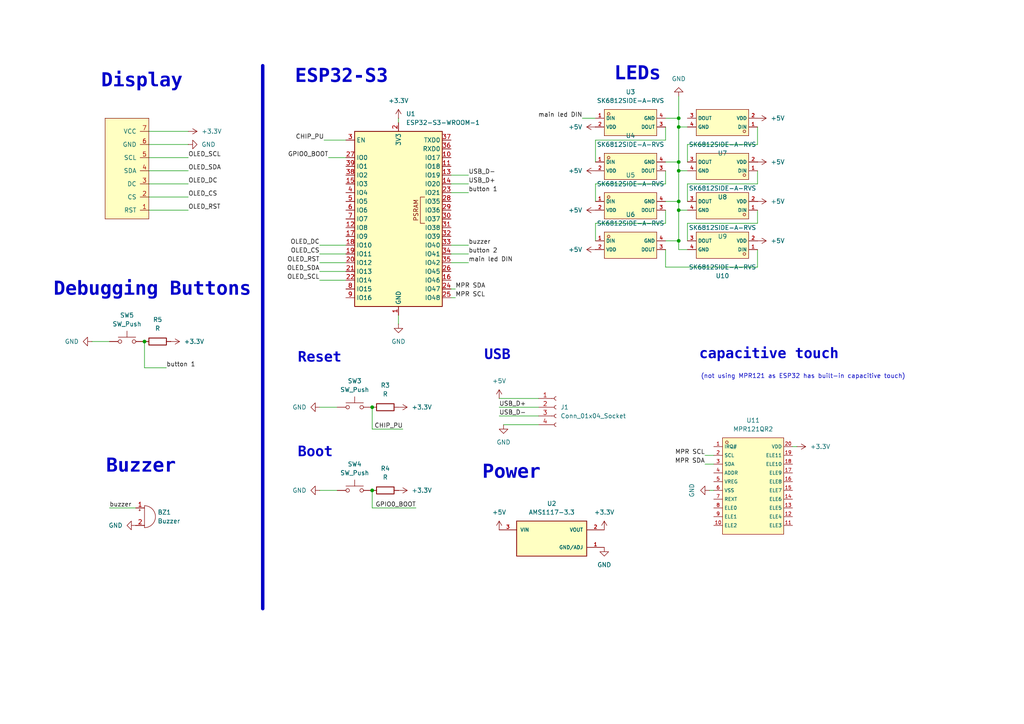
<source format=kicad_sch>
(kicad_sch
	(version 20250114)
	(generator "eeschema")
	(generator_version "9.0")
	(uuid "db5acf66-7483-40ad-bed5-d22104f62da7")
	(paper "A4")
	(lib_symbols
		(symbol "AM1117:AMS1117-3.3"
			(pin_names
				(offset 1.016)
			)
			(exclude_from_sim no)
			(in_bom yes)
			(on_board yes)
			(property "Reference" "U"
				(at -10.16 5.588 0)
				(effects
					(font
						(size 1.27 1.27)
					)
					(justify left bottom)
				)
			)
			(property "Value" "AMS1117-3.3"
				(at -10.16 -8.128 0)
				(effects
					(font
						(size 1.27 1.27)
					)
					(justify left bottom)
				)
			)
			(property "Footprint" "AMS1117-3.3:SOT229P700X180-4N"
				(at 0 0 0)
				(effects
					(font
						(size 1.27 1.27)
					)
					(justify bottom)
					(hide yes)
				)
			)
			(property "Datasheet" ""
				(at 0 0 0)
				(effects
					(font
						(size 1.27 1.27)
					)
					(hide yes)
				)
			)
			(property "Description" ""
				(at 0 0 0)
				(effects
					(font
						(size 1.27 1.27)
					)
					(hide yes)
				)
			)
			(property "MF" "Advanced Monolithic Systems"
				(at 0 0 0)
				(effects
					(font
						(size 1.27 1.27)
					)
					(justify bottom)
					(hide yes)
				)
			)
			(property "MAXIMUM_PACKAGE_HEIGHT" "1.8 mm"
				(at 0 0 0)
				(effects
					(font
						(size 1.27 1.27)
					)
					(justify bottom)
					(hide yes)
				)
			)
			(property "Package" "SOT-223 Seeed Technology"
				(at 0 0 0)
				(effects
					(font
						(size 1.27 1.27)
					)
					(justify bottom)
					(hide yes)
				)
			)
			(property "Price" "None"
				(at 0 0 0)
				(effects
					(font
						(size 1.27 1.27)
					)
					(justify bottom)
					(hide yes)
				)
			)
			(property "Check_prices" "https://www.snapeda.com/parts/AMS1117-3.3/Advanced+Monolithic+Systems/view-part/?ref=eda"
				(at 0 0 0)
				(effects
					(font
						(size 1.27 1.27)
					)
					(justify bottom)
					(hide yes)
				)
			)
			(property "STANDARD" "IPC 7351B"
				(at 0 0 0)
				(effects
					(font
						(size 1.27 1.27)
					)
					(justify bottom)
					(hide yes)
				)
			)
			(property "PARTREV" "N/A"
				(at 0 0 0)
				(effects
					(font
						(size 1.27 1.27)
					)
					(justify bottom)
					(hide yes)
				)
			)
			(property "SnapEDA_Link" "https://www.snapeda.com/parts/AMS1117-3.3/Advanced+Monolithic+Systems/view-part/?ref=snap"
				(at 0 0 0)
				(effects
					(font
						(size 1.27 1.27)
					)
					(justify bottom)
					(hide yes)
				)
			)
			(property "SNAPEDA_PACKAGE_ID" "71280"
				(at 0 0 0)
				(effects
					(font
						(size 1.27 1.27)
					)
					(justify bottom)
					(hide yes)
				)
			)
			(property "MP" "AMS1117-3.3"
				(at 0 0 0)
				(effects
					(font
						(size 1.27 1.27)
					)
					(justify bottom)
					(hide yes)
				)
			)
			(property "Description_1" "\nSot223/Pkg 1-Amp 3.3-Volt Low Drop Out Voltage Regulatator\n"
				(at 0 0 0)
				(effects
					(font
						(size 1.27 1.27)
					)
					(justify bottom)
					(hide yes)
				)
			)
			(property "MANUFACTURER" "Advanced Monolithic Systems"
				(at 0 0 0)
				(effects
					(font
						(size 1.27 1.27)
					)
					(justify bottom)
					(hide yes)
				)
			)
			(property "Availability" "Not in stock"
				(at 0 0 0)
				(effects
					(font
						(size 1.27 1.27)
					)
					(justify bottom)
					(hide yes)
				)
			)
			(property "SNAPEDA_PN" "AMS1117-3.3"
				(at 0 0 0)
				(effects
					(font
						(size 1.27 1.27)
					)
					(justify bottom)
					(hide yes)
				)
			)
			(symbol "AMS1117-3.3_0_0"
				(rectangle
					(start -10.16 -5.08)
					(end 10.16 5.08)
					(stroke
						(width 0.254)
						(type default)
					)
					(fill
						(type background)
					)
				)
				(pin input line
					(at -15.24 2.54 0)
					(length 5.08)
					(name "VIN"
						(effects
							(font
								(size 1.016 1.016)
							)
						)
					)
					(number "3"
						(effects
							(font
								(size 1.016 1.016)
							)
						)
					)
				)
				(pin output line
					(at 15.24 2.54 180)
					(length 5.08)
					(name "VOUT"
						(effects
							(font
								(size 1.016 1.016)
							)
						)
					)
					(number "2"
						(effects
							(font
								(size 1.016 1.016)
							)
						)
					)
				)
				(pin power_in line
					(at 15.24 -2.54 180)
					(length 5.08)
					(name "GND/ADJ"
						(effects
							(font
								(size 1.016 1.016)
							)
						)
					)
					(number "1"
						(effects
							(font
								(size 1.016 1.016)
							)
						)
					)
				)
			)
			(embedded_fonts no)
		)
		(symbol "Connector:Conn_01x04_Socket"
			(pin_names
				(offset 1.016)
				(hide yes)
			)
			(exclude_from_sim no)
			(in_bom yes)
			(on_board yes)
			(property "Reference" "J"
				(at 0 5.08 0)
				(effects
					(font
						(size 1.27 1.27)
					)
				)
			)
			(property "Value" "Conn_01x04_Socket"
				(at 0 -7.62 0)
				(effects
					(font
						(size 1.27 1.27)
					)
				)
			)
			(property "Footprint" ""
				(at 0 0 0)
				(effects
					(font
						(size 1.27 1.27)
					)
					(hide yes)
				)
			)
			(property "Datasheet" "~"
				(at 0 0 0)
				(effects
					(font
						(size 1.27 1.27)
					)
					(hide yes)
				)
			)
			(property "Description" "Generic connector, single row, 01x04, script generated"
				(at 0 0 0)
				(effects
					(font
						(size 1.27 1.27)
					)
					(hide yes)
				)
			)
			(property "ki_locked" ""
				(at 0 0 0)
				(effects
					(font
						(size 1.27 1.27)
					)
				)
			)
			(property "ki_keywords" "connector"
				(at 0 0 0)
				(effects
					(font
						(size 1.27 1.27)
					)
					(hide yes)
				)
			)
			(property "ki_fp_filters" "Connector*:*_1x??_*"
				(at 0 0 0)
				(effects
					(font
						(size 1.27 1.27)
					)
					(hide yes)
				)
			)
			(symbol "Conn_01x04_Socket_1_1"
				(polyline
					(pts
						(xy -1.27 2.54) (xy -0.508 2.54)
					)
					(stroke
						(width 0.1524)
						(type default)
					)
					(fill
						(type none)
					)
				)
				(polyline
					(pts
						(xy -1.27 0) (xy -0.508 0)
					)
					(stroke
						(width 0.1524)
						(type default)
					)
					(fill
						(type none)
					)
				)
				(polyline
					(pts
						(xy -1.27 -2.54) (xy -0.508 -2.54)
					)
					(stroke
						(width 0.1524)
						(type default)
					)
					(fill
						(type none)
					)
				)
				(polyline
					(pts
						(xy -1.27 -5.08) (xy -0.508 -5.08)
					)
					(stroke
						(width 0.1524)
						(type default)
					)
					(fill
						(type none)
					)
				)
				(arc
					(start 0 2.032)
					(mid -0.5058 2.54)
					(end 0 3.048)
					(stroke
						(width 0.1524)
						(type default)
					)
					(fill
						(type none)
					)
				)
				(arc
					(start 0 -0.508)
					(mid -0.5058 0)
					(end 0 0.508)
					(stroke
						(width 0.1524)
						(type default)
					)
					(fill
						(type none)
					)
				)
				(arc
					(start 0 -3.048)
					(mid -0.5058 -2.54)
					(end 0 -2.032)
					(stroke
						(width 0.1524)
						(type default)
					)
					(fill
						(type none)
					)
				)
				(arc
					(start 0 -5.588)
					(mid -0.5058 -5.08)
					(end 0 -4.572)
					(stroke
						(width 0.1524)
						(type default)
					)
					(fill
						(type none)
					)
				)
				(pin passive line
					(at -5.08 2.54 0)
					(length 3.81)
					(name "Pin_1"
						(effects
							(font
								(size 1.27 1.27)
							)
						)
					)
					(number "1"
						(effects
							(font
								(size 1.27 1.27)
							)
						)
					)
				)
				(pin passive line
					(at -5.08 0 0)
					(length 3.81)
					(name "Pin_2"
						(effects
							(font
								(size 1.27 1.27)
							)
						)
					)
					(number "2"
						(effects
							(font
								(size 1.27 1.27)
							)
						)
					)
				)
				(pin passive line
					(at -5.08 -2.54 0)
					(length 3.81)
					(name "Pin_3"
						(effects
							(font
								(size 1.27 1.27)
							)
						)
					)
					(number "3"
						(effects
							(font
								(size 1.27 1.27)
							)
						)
					)
				)
				(pin passive line
					(at -5.08 -5.08 0)
					(length 3.81)
					(name "Pin_4"
						(effects
							(font
								(size 1.27 1.27)
							)
						)
					)
					(number "4"
						(effects
							(font
								(size 1.27 1.27)
							)
						)
					)
				)
			)
			(embedded_fonts no)
		)
		(symbol "Device:Buzzer"
			(pin_names
				(offset 0.0254)
				(hide yes)
			)
			(exclude_from_sim no)
			(in_bom yes)
			(on_board yes)
			(property "Reference" "BZ"
				(at 3.81 1.27 0)
				(effects
					(font
						(size 1.27 1.27)
					)
					(justify left)
				)
			)
			(property "Value" "Buzzer"
				(at 3.81 -1.27 0)
				(effects
					(font
						(size 1.27 1.27)
					)
					(justify left)
				)
			)
			(property "Footprint" ""
				(at -0.635 2.54 90)
				(effects
					(font
						(size 1.27 1.27)
					)
					(hide yes)
				)
			)
			(property "Datasheet" "~"
				(at -0.635 2.54 90)
				(effects
					(font
						(size 1.27 1.27)
					)
					(hide yes)
				)
			)
			(property "Description" "Buzzer, polarized"
				(at 0 0 0)
				(effects
					(font
						(size 1.27 1.27)
					)
					(hide yes)
				)
			)
			(property "ki_keywords" "quartz resonator ceramic"
				(at 0 0 0)
				(effects
					(font
						(size 1.27 1.27)
					)
					(hide yes)
				)
			)
			(property "ki_fp_filters" "*Buzzer*"
				(at 0 0 0)
				(effects
					(font
						(size 1.27 1.27)
					)
					(hide yes)
				)
			)
			(symbol "Buzzer_0_1"
				(polyline
					(pts
						(xy -1.651 1.905) (xy -1.143 1.905)
					)
					(stroke
						(width 0)
						(type default)
					)
					(fill
						(type none)
					)
				)
				(polyline
					(pts
						(xy -1.397 2.159) (xy -1.397 1.651)
					)
					(stroke
						(width 0)
						(type default)
					)
					(fill
						(type none)
					)
				)
				(arc
					(start 0 3.175)
					(mid 3.1612 0)
					(end 0 -3.175)
					(stroke
						(width 0)
						(type default)
					)
					(fill
						(type none)
					)
				)
				(polyline
					(pts
						(xy 0 3.175) (xy 0 -3.175)
					)
					(stroke
						(width 0)
						(type default)
					)
					(fill
						(type none)
					)
				)
			)
			(symbol "Buzzer_1_1"
				(pin passive line
					(at -2.54 2.54 0)
					(length 2.54)
					(name "+"
						(effects
							(font
								(size 1.27 1.27)
							)
						)
					)
					(number "1"
						(effects
							(font
								(size 1.27 1.27)
							)
						)
					)
				)
				(pin passive line
					(at -2.54 -2.54 0)
					(length 2.54)
					(name "-"
						(effects
							(font
								(size 1.27 1.27)
							)
						)
					)
					(number "2"
						(effects
							(font
								(size 1.27 1.27)
							)
						)
					)
				)
			)
			(embedded_fonts no)
		)
		(symbol "Device:R"
			(pin_numbers
				(hide yes)
			)
			(pin_names
				(offset 0)
			)
			(exclude_from_sim no)
			(in_bom yes)
			(on_board yes)
			(property "Reference" "R"
				(at 2.032 0 90)
				(effects
					(font
						(size 1.27 1.27)
					)
				)
			)
			(property "Value" "R"
				(at 0 0 90)
				(effects
					(font
						(size 1.27 1.27)
					)
				)
			)
			(property "Footprint" ""
				(at -1.778 0 90)
				(effects
					(font
						(size 1.27 1.27)
					)
					(hide yes)
				)
			)
			(property "Datasheet" "~"
				(at 0 0 0)
				(effects
					(font
						(size 1.27 1.27)
					)
					(hide yes)
				)
			)
			(property "Description" "Resistor"
				(at 0 0 0)
				(effects
					(font
						(size 1.27 1.27)
					)
					(hide yes)
				)
			)
			(property "ki_keywords" "R res resistor"
				(at 0 0 0)
				(effects
					(font
						(size 1.27 1.27)
					)
					(hide yes)
				)
			)
			(property "ki_fp_filters" "R_*"
				(at 0 0 0)
				(effects
					(font
						(size 1.27 1.27)
					)
					(hide yes)
				)
			)
			(symbol "R_0_1"
				(rectangle
					(start -1.016 -2.54)
					(end 1.016 2.54)
					(stroke
						(width 0.254)
						(type default)
					)
					(fill
						(type none)
					)
				)
			)
			(symbol "R_1_1"
				(pin passive line
					(at 0 3.81 270)
					(length 1.27)
					(name "~"
						(effects
							(font
								(size 1.27 1.27)
							)
						)
					)
					(number "1"
						(effects
							(font
								(size 1.27 1.27)
							)
						)
					)
				)
				(pin passive line
					(at 0 -3.81 90)
					(length 1.27)
					(name "~"
						(effects
							(font
								(size 1.27 1.27)
							)
						)
					)
					(number "2"
						(effects
							(font
								(size 1.27 1.27)
							)
						)
					)
				)
			)
			(embedded_fonts no)
		)
		(symbol "RF_Module:ESP32-S3-WROOM-1"
			(exclude_from_sim no)
			(in_bom yes)
			(on_board yes)
			(property "Reference" "U"
				(at -12.7 26.67 0)
				(effects
					(font
						(size 1.27 1.27)
					)
				)
			)
			(property "Value" "ESP32-S3-WROOM-1"
				(at 12.7 26.67 0)
				(effects
					(font
						(size 1.27 1.27)
					)
				)
			)
			(property "Footprint" "RF_Module:ESP32-S3-WROOM-1"
				(at 0 2.54 0)
				(effects
					(font
						(size 1.27 1.27)
					)
					(hide yes)
				)
			)
			(property "Datasheet" "https://www.espressif.com/sites/default/files/documentation/esp32-s3-wroom-1_wroom-1u_datasheet_en.pdf"
				(at 0 0 0)
				(effects
					(font
						(size 1.27 1.27)
					)
					(hide yes)
				)
			)
			(property "Description" "RF Module, ESP32-S3 SoC, Wi-Fi 802.11b/g/n, Bluetooth, BLE, 32-bit, 3.3V, onboard antenna, SMD"
				(at 0 0 0)
				(effects
					(font
						(size 1.27 1.27)
					)
					(hide yes)
				)
			)
			(property "ki_keywords" "RF Radio BT ESP ESP32-S3 Espressif onboard PCB antenna"
				(at 0 0 0)
				(effects
					(font
						(size 1.27 1.27)
					)
					(hide yes)
				)
			)
			(property "ki_fp_filters" "ESP32?S3?WROOM?1*"
				(at 0 0 0)
				(effects
					(font
						(size 1.27 1.27)
					)
					(hide yes)
				)
			)
			(symbol "ESP32-S3-WROOM-1_0_0"
				(rectangle
					(start -12.7 25.4)
					(end 12.7 -25.4)
					(stroke
						(width 0.254)
						(type default)
					)
					(fill
						(type background)
					)
				)
				(text "PSRAM"
					(at 5.08 2.54 900)
					(effects
						(font
							(size 1.27 1.27)
						)
					)
				)
			)
			(symbol "ESP32-S3-WROOM-1_0_1"
				(polyline
					(pts
						(xy 7.62 -1.27) (xy 6.35 -1.27) (xy 6.35 6.35) (xy 7.62 6.35)
					)
					(stroke
						(width 0)
						(type default)
					)
					(fill
						(type none)
					)
				)
			)
			(symbol "ESP32-S3-WROOM-1_1_1"
				(pin input line
					(at -15.24 22.86 0)
					(length 2.54)
					(name "EN"
						(effects
							(font
								(size 1.27 1.27)
							)
						)
					)
					(number "3"
						(effects
							(font
								(size 1.27 1.27)
							)
						)
					)
				)
				(pin bidirectional line
					(at -15.24 17.78 0)
					(length 2.54)
					(name "IO0"
						(effects
							(font
								(size 1.27 1.27)
							)
						)
					)
					(number "27"
						(effects
							(font
								(size 1.27 1.27)
							)
						)
					)
				)
				(pin bidirectional line
					(at -15.24 15.24 0)
					(length 2.54)
					(name "IO1"
						(effects
							(font
								(size 1.27 1.27)
							)
						)
					)
					(number "39"
						(effects
							(font
								(size 1.27 1.27)
							)
						)
					)
				)
				(pin bidirectional line
					(at -15.24 12.7 0)
					(length 2.54)
					(name "IO2"
						(effects
							(font
								(size 1.27 1.27)
							)
						)
					)
					(number "38"
						(effects
							(font
								(size 1.27 1.27)
							)
						)
					)
				)
				(pin bidirectional line
					(at -15.24 10.16 0)
					(length 2.54)
					(name "IO3"
						(effects
							(font
								(size 1.27 1.27)
							)
						)
					)
					(number "15"
						(effects
							(font
								(size 1.27 1.27)
							)
						)
					)
				)
				(pin bidirectional line
					(at -15.24 7.62 0)
					(length 2.54)
					(name "IO4"
						(effects
							(font
								(size 1.27 1.27)
							)
						)
					)
					(number "4"
						(effects
							(font
								(size 1.27 1.27)
							)
						)
					)
				)
				(pin bidirectional line
					(at -15.24 5.08 0)
					(length 2.54)
					(name "IO5"
						(effects
							(font
								(size 1.27 1.27)
							)
						)
					)
					(number "5"
						(effects
							(font
								(size 1.27 1.27)
							)
						)
					)
				)
				(pin bidirectional line
					(at -15.24 2.54 0)
					(length 2.54)
					(name "IO6"
						(effects
							(font
								(size 1.27 1.27)
							)
						)
					)
					(number "6"
						(effects
							(font
								(size 1.27 1.27)
							)
						)
					)
				)
				(pin bidirectional line
					(at -15.24 0 0)
					(length 2.54)
					(name "IO7"
						(effects
							(font
								(size 1.27 1.27)
							)
						)
					)
					(number "7"
						(effects
							(font
								(size 1.27 1.27)
							)
						)
					)
				)
				(pin bidirectional line
					(at -15.24 -2.54 0)
					(length 2.54)
					(name "IO8"
						(effects
							(font
								(size 1.27 1.27)
							)
						)
					)
					(number "12"
						(effects
							(font
								(size 1.27 1.27)
							)
						)
					)
				)
				(pin bidirectional line
					(at -15.24 -5.08 0)
					(length 2.54)
					(name "IO9"
						(effects
							(font
								(size 1.27 1.27)
							)
						)
					)
					(number "17"
						(effects
							(font
								(size 1.27 1.27)
							)
						)
					)
				)
				(pin bidirectional line
					(at -15.24 -7.62 0)
					(length 2.54)
					(name "IO10"
						(effects
							(font
								(size 1.27 1.27)
							)
						)
					)
					(number "18"
						(effects
							(font
								(size 1.27 1.27)
							)
						)
					)
				)
				(pin bidirectional line
					(at -15.24 -10.16 0)
					(length 2.54)
					(name "IO11"
						(effects
							(font
								(size 1.27 1.27)
							)
						)
					)
					(number "19"
						(effects
							(font
								(size 1.27 1.27)
							)
						)
					)
				)
				(pin bidirectional line
					(at -15.24 -12.7 0)
					(length 2.54)
					(name "IO12"
						(effects
							(font
								(size 1.27 1.27)
							)
						)
					)
					(number "20"
						(effects
							(font
								(size 1.27 1.27)
							)
						)
					)
				)
				(pin bidirectional line
					(at -15.24 -15.24 0)
					(length 2.54)
					(name "IO13"
						(effects
							(font
								(size 1.27 1.27)
							)
						)
					)
					(number "21"
						(effects
							(font
								(size 1.27 1.27)
							)
						)
					)
				)
				(pin bidirectional line
					(at -15.24 -17.78 0)
					(length 2.54)
					(name "IO14"
						(effects
							(font
								(size 1.27 1.27)
							)
						)
					)
					(number "22"
						(effects
							(font
								(size 1.27 1.27)
							)
						)
					)
				)
				(pin bidirectional line
					(at -15.24 -20.32 0)
					(length 2.54)
					(name "IO15"
						(effects
							(font
								(size 1.27 1.27)
							)
						)
					)
					(number "8"
						(effects
							(font
								(size 1.27 1.27)
							)
						)
					)
				)
				(pin bidirectional line
					(at -15.24 -22.86 0)
					(length 2.54)
					(name "IO16"
						(effects
							(font
								(size 1.27 1.27)
							)
						)
					)
					(number "9"
						(effects
							(font
								(size 1.27 1.27)
							)
						)
					)
				)
				(pin power_in line
					(at 0 27.94 270)
					(length 2.54)
					(name "3V3"
						(effects
							(font
								(size 1.27 1.27)
							)
						)
					)
					(number "2"
						(effects
							(font
								(size 1.27 1.27)
							)
						)
					)
				)
				(pin power_in line
					(at 0 -27.94 90)
					(length 2.54)
					(name "GND"
						(effects
							(font
								(size 1.27 1.27)
							)
						)
					)
					(number "1"
						(effects
							(font
								(size 1.27 1.27)
							)
						)
					)
				)
				(pin passive line
					(at 0 -27.94 90)
					(length 2.54)
					(hide yes)
					(name "GND"
						(effects
							(font
								(size 1.27 1.27)
							)
						)
					)
					(number "40"
						(effects
							(font
								(size 1.27 1.27)
							)
						)
					)
				)
				(pin passive line
					(at 0 -27.94 90)
					(length 2.54)
					(hide yes)
					(name "GND"
						(effects
							(font
								(size 1.27 1.27)
							)
						)
					)
					(number "41"
						(effects
							(font
								(size 1.27 1.27)
							)
						)
					)
				)
				(pin bidirectional line
					(at 15.24 22.86 180)
					(length 2.54)
					(name "TXD0"
						(effects
							(font
								(size 1.27 1.27)
							)
						)
					)
					(number "37"
						(effects
							(font
								(size 1.27 1.27)
							)
						)
					)
				)
				(pin bidirectional line
					(at 15.24 20.32 180)
					(length 2.54)
					(name "RXD0"
						(effects
							(font
								(size 1.27 1.27)
							)
						)
					)
					(number "36"
						(effects
							(font
								(size 1.27 1.27)
							)
						)
					)
				)
				(pin bidirectional line
					(at 15.24 17.78 180)
					(length 2.54)
					(name "IO17"
						(effects
							(font
								(size 1.27 1.27)
							)
						)
					)
					(number "10"
						(effects
							(font
								(size 1.27 1.27)
							)
						)
					)
				)
				(pin bidirectional line
					(at 15.24 15.24 180)
					(length 2.54)
					(name "IO18"
						(effects
							(font
								(size 1.27 1.27)
							)
						)
					)
					(number "11"
						(effects
							(font
								(size 1.27 1.27)
							)
						)
					)
				)
				(pin bidirectional line
					(at 15.24 12.7 180)
					(length 2.54)
					(name "IO19"
						(effects
							(font
								(size 1.27 1.27)
							)
						)
					)
					(number "13"
						(effects
							(font
								(size 1.27 1.27)
							)
						)
					)
				)
				(pin bidirectional line
					(at 15.24 10.16 180)
					(length 2.54)
					(name "IO20"
						(effects
							(font
								(size 1.27 1.27)
							)
						)
					)
					(number "14"
						(effects
							(font
								(size 1.27 1.27)
							)
						)
					)
				)
				(pin bidirectional line
					(at 15.24 7.62 180)
					(length 2.54)
					(name "IO21"
						(effects
							(font
								(size 1.27 1.27)
							)
						)
					)
					(number "23"
						(effects
							(font
								(size 1.27 1.27)
							)
						)
					)
				)
				(pin bidirectional line
					(at 15.24 5.08 180)
					(length 2.54)
					(name "IO35"
						(effects
							(font
								(size 1.27 1.27)
							)
						)
					)
					(number "28"
						(effects
							(font
								(size 1.27 1.27)
							)
						)
					)
				)
				(pin bidirectional line
					(at 15.24 2.54 180)
					(length 2.54)
					(name "IO36"
						(effects
							(font
								(size 1.27 1.27)
							)
						)
					)
					(number "29"
						(effects
							(font
								(size 1.27 1.27)
							)
						)
					)
				)
				(pin bidirectional line
					(at 15.24 0 180)
					(length 2.54)
					(name "IO37"
						(effects
							(font
								(size 1.27 1.27)
							)
						)
					)
					(number "30"
						(effects
							(font
								(size 1.27 1.27)
							)
						)
					)
				)
				(pin bidirectional line
					(at 15.24 -2.54 180)
					(length 2.54)
					(name "IO38"
						(effects
							(font
								(size 1.27 1.27)
							)
						)
					)
					(number "31"
						(effects
							(font
								(size 1.27 1.27)
							)
						)
					)
				)
				(pin bidirectional line
					(at 15.24 -5.08 180)
					(length 2.54)
					(name "IO39"
						(effects
							(font
								(size 1.27 1.27)
							)
						)
					)
					(number "32"
						(effects
							(font
								(size 1.27 1.27)
							)
						)
					)
				)
				(pin bidirectional line
					(at 15.24 -7.62 180)
					(length 2.54)
					(name "IO40"
						(effects
							(font
								(size 1.27 1.27)
							)
						)
					)
					(number "33"
						(effects
							(font
								(size 1.27 1.27)
							)
						)
					)
				)
				(pin bidirectional line
					(at 15.24 -10.16 180)
					(length 2.54)
					(name "IO41"
						(effects
							(font
								(size 1.27 1.27)
							)
						)
					)
					(number "34"
						(effects
							(font
								(size 1.27 1.27)
							)
						)
					)
				)
				(pin bidirectional line
					(at 15.24 -12.7 180)
					(length 2.54)
					(name "IO42"
						(effects
							(font
								(size 1.27 1.27)
							)
						)
					)
					(number "35"
						(effects
							(font
								(size 1.27 1.27)
							)
						)
					)
				)
				(pin bidirectional line
					(at 15.24 -15.24 180)
					(length 2.54)
					(name "IO45"
						(effects
							(font
								(size 1.27 1.27)
							)
						)
					)
					(number "26"
						(effects
							(font
								(size 1.27 1.27)
							)
						)
					)
				)
				(pin bidirectional line
					(at 15.24 -17.78 180)
					(length 2.54)
					(name "IO46"
						(effects
							(font
								(size 1.27 1.27)
							)
						)
					)
					(number "16"
						(effects
							(font
								(size 1.27 1.27)
							)
						)
					)
				)
				(pin bidirectional line
					(at 15.24 -20.32 180)
					(length 2.54)
					(name "IO47"
						(effects
							(font
								(size 1.27 1.27)
							)
						)
					)
					(number "24"
						(effects
							(font
								(size 1.27 1.27)
							)
						)
					)
				)
				(pin bidirectional line
					(at 15.24 -22.86 180)
					(length 2.54)
					(name "IO48"
						(effects
							(font
								(size 1.27 1.27)
							)
						)
					)
					(number "25"
						(effects
							(font
								(size 1.27 1.27)
							)
						)
					)
				)
			)
			(embedded_fonts no)
		)
		(symbol "Switch:SW_Push"
			(pin_numbers
				(hide yes)
			)
			(pin_names
				(offset 1.016)
				(hide yes)
			)
			(exclude_from_sim no)
			(in_bom yes)
			(on_board yes)
			(property "Reference" "SW"
				(at 1.27 2.54 0)
				(effects
					(font
						(size 1.27 1.27)
					)
					(justify left)
				)
			)
			(property "Value" "SW_Push"
				(at 0 -1.524 0)
				(effects
					(font
						(size 1.27 1.27)
					)
				)
			)
			(property "Footprint" ""
				(at 0 5.08 0)
				(effects
					(font
						(size 1.27 1.27)
					)
					(hide yes)
				)
			)
			(property "Datasheet" "~"
				(at 0 5.08 0)
				(effects
					(font
						(size 1.27 1.27)
					)
					(hide yes)
				)
			)
			(property "Description" "Push button switch, generic, two pins"
				(at 0 0 0)
				(effects
					(font
						(size 1.27 1.27)
					)
					(hide yes)
				)
			)
			(property "ki_keywords" "switch normally-open pushbutton push-button"
				(at 0 0 0)
				(effects
					(font
						(size 1.27 1.27)
					)
					(hide yes)
				)
			)
			(symbol "SW_Push_0_1"
				(circle
					(center -2.032 0)
					(radius 0.508)
					(stroke
						(width 0)
						(type default)
					)
					(fill
						(type none)
					)
				)
				(polyline
					(pts
						(xy 0 1.27) (xy 0 3.048)
					)
					(stroke
						(width 0)
						(type default)
					)
					(fill
						(type none)
					)
				)
				(circle
					(center 2.032 0)
					(radius 0.508)
					(stroke
						(width 0)
						(type default)
					)
					(fill
						(type none)
					)
				)
				(polyline
					(pts
						(xy 2.54 1.27) (xy -2.54 1.27)
					)
					(stroke
						(width 0)
						(type default)
					)
					(fill
						(type none)
					)
				)
				(pin passive line
					(at -5.08 0 0)
					(length 2.54)
					(name "1"
						(effects
							(font
								(size 1.27 1.27)
							)
						)
					)
					(number "1"
						(effects
							(font
								(size 1.27 1.27)
							)
						)
					)
				)
				(pin passive line
					(at 5.08 0 180)
					(length 2.54)
					(name "2"
						(effects
							(font
								(size 1.27 1.27)
							)
						)
					)
					(number "2"
						(effects
							(font
								(size 1.27 1.27)
							)
						)
					)
				)
			)
			(embedded_fonts no)
		)
		(symbol "amaibear:MPR121QR2"
			(exclude_from_sim no)
			(in_bom yes)
			(on_board yes)
			(property "Reference" "U"
				(at 0 1.27 0)
				(effects
					(font
						(size 1.27 1.27)
					)
				)
			)
			(property "Value" "MPR121QR2"
				(at 0 -2.54 0)
				(effects
					(font
						(size 1.27 1.27)
					)
				)
			)
			(property "Footprint" "easyeda-footprint:QFN-20_L3.0-W3.0-P0.40-BL"
				(at 0 -10.16 0)
				(effects
					(font
						(size 1.27 1.27)
						(italic yes)
					)
					(hide yes)
				)
			)
			(property "Datasheet" "https://cn.bing.com/search?q=datasheet：MPR121"
				(at -2.286 0.127 0)
				(effects
					(font
						(size 1.27 1.27)
					)
					(justify left)
					(hide yes)
				)
			)
			(property "Description" ""
				(at 0 0 0)
				(effects
					(font
						(size 1.27 1.27)
					)
					(hide yes)
				)
			)
			(property "LCSC" "C91322"
				(at 0 0 0)
				(effects
					(font
						(size 1.27 1.27)
					)
					(hide yes)
				)
			)
			(property "ki_keywords" "C91322"
				(at 0 0 0)
				(effects
					(font
						(size 1.27 1.27)
					)
					(hide yes)
				)
			)
			(symbol "MPR121QR2_0_1"
				(rectangle
					(start -8.89 13.97)
					(end 8.89 -13.97)
					(stroke
						(width 0)
						(type default)
					)
					(fill
						(type background)
					)
				)
				(circle
					(center -7.62 12.7)
					(radius 0.381)
					(stroke
						(width 0)
						(type default)
					)
					(fill
						(type background)
					)
				)
				(pin unspecified line
					(at -11.43 11.43 0)
					(length 2.54)
					(name "IRQ#"
						(effects
							(font
								(size 1 1)
							)
						)
					)
					(number "1"
						(effects
							(font
								(size 1 1)
							)
						)
					)
				)
				(pin unspecified line
					(at -11.43 8.89 0)
					(length 2.54)
					(name "SCL"
						(effects
							(font
								(size 1 1)
							)
						)
					)
					(number "2"
						(effects
							(font
								(size 1 1)
							)
						)
					)
				)
				(pin unspecified line
					(at -11.43 6.35 0)
					(length 2.54)
					(name "SDA"
						(effects
							(font
								(size 1 1)
							)
						)
					)
					(number "3"
						(effects
							(font
								(size 1 1)
							)
						)
					)
				)
				(pin unspecified line
					(at -11.43 3.81 0)
					(length 2.54)
					(name "ADDR"
						(effects
							(font
								(size 1 1)
							)
						)
					)
					(number "4"
						(effects
							(font
								(size 1 1)
							)
						)
					)
				)
				(pin unspecified line
					(at -11.43 1.27 0)
					(length 2.54)
					(name "VREG"
						(effects
							(font
								(size 1 1)
							)
						)
					)
					(number "5"
						(effects
							(font
								(size 1 1)
							)
						)
					)
				)
				(pin unspecified line
					(at -11.43 -1.27 0)
					(length 2.54)
					(name "VSS"
						(effects
							(font
								(size 1 1)
							)
						)
					)
					(number "6"
						(effects
							(font
								(size 1 1)
							)
						)
					)
				)
				(pin unspecified line
					(at -11.43 -3.81 0)
					(length 2.54)
					(name "REXT"
						(effects
							(font
								(size 1 1)
							)
						)
					)
					(number "7"
						(effects
							(font
								(size 1 1)
							)
						)
					)
				)
				(pin unspecified line
					(at -11.43 -6.35 0)
					(length 2.54)
					(name "ELE0"
						(effects
							(font
								(size 1 1)
							)
						)
					)
					(number "8"
						(effects
							(font
								(size 1 1)
							)
						)
					)
				)
				(pin unspecified line
					(at -11.43 -8.89 0)
					(length 2.54)
					(name "ELE1"
						(effects
							(font
								(size 1 1)
							)
						)
					)
					(number "9"
						(effects
							(font
								(size 1 1)
							)
						)
					)
				)
				(pin unspecified line
					(at -11.43 -11.43 0)
					(length 2.54)
					(name "ELE2"
						(effects
							(font
								(size 1 1)
							)
						)
					)
					(number "10"
						(effects
							(font
								(size 1 1)
							)
						)
					)
				)
				(pin unspecified line
					(at 11.43 11.43 180)
					(length 2.54)
					(name "VDD"
						(effects
							(font
								(size 1 1)
							)
						)
					)
					(number "20"
						(effects
							(font
								(size 1 1)
							)
						)
					)
				)
				(pin unspecified line
					(at 11.43 8.89 180)
					(length 2.54)
					(name "ELE11"
						(effects
							(font
								(size 1 1)
							)
						)
					)
					(number "19"
						(effects
							(font
								(size 1 1)
							)
						)
					)
				)
				(pin unspecified line
					(at 11.43 6.35 180)
					(length 2.54)
					(name "ELE10"
						(effects
							(font
								(size 1 1)
							)
						)
					)
					(number "18"
						(effects
							(font
								(size 1 1)
							)
						)
					)
				)
				(pin unspecified line
					(at 11.43 3.81 180)
					(length 2.54)
					(name "ELE9"
						(effects
							(font
								(size 1 1)
							)
						)
					)
					(number "17"
						(effects
							(font
								(size 1 1)
							)
						)
					)
				)
				(pin unspecified line
					(at 11.43 1.27 180)
					(length 2.54)
					(name "ELE8"
						(effects
							(font
								(size 1 1)
							)
						)
					)
					(number "16"
						(effects
							(font
								(size 1 1)
							)
						)
					)
				)
				(pin unspecified line
					(at 11.43 -1.27 180)
					(length 2.54)
					(name "ELE7"
						(effects
							(font
								(size 1 1)
							)
						)
					)
					(number "15"
						(effects
							(font
								(size 1 1)
							)
						)
					)
				)
				(pin unspecified line
					(at 11.43 -3.81 180)
					(length 2.54)
					(name "ELE6"
						(effects
							(font
								(size 1 1)
							)
						)
					)
					(number "14"
						(effects
							(font
								(size 1 1)
							)
						)
					)
				)
				(pin unspecified line
					(at 11.43 -6.35 180)
					(length 2.54)
					(name "ELE5"
						(effects
							(font
								(size 1 1)
							)
						)
					)
					(number "13"
						(effects
							(font
								(size 1 1)
							)
						)
					)
				)
				(pin unspecified line
					(at 11.43 -8.89 180)
					(length 2.54)
					(name "ELE4"
						(effects
							(font
								(size 1 1)
							)
						)
					)
					(number "12"
						(effects
							(font
								(size 1 1)
							)
						)
					)
				)
				(pin unspecified line
					(at 11.43 -11.43 180)
					(length 2.54)
					(name "ELE3"
						(effects
							(font
								(size 1 1)
							)
						)
					)
					(number "11"
						(effects
							(font
								(size 1 1)
							)
						)
					)
				)
			)
			(embedded_fonts no)
		)
		(symbol "ask6812:SK6812SIDE-A-RVS"
			(exclude_from_sim no)
			(in_bom yes)
			(on_board yes)
			(property "Reference" "U"
				(at 0 1.27 0)
				(effects
					(font
						(size 1.27 1.27)
					)
				)
			)
			(property "Value" "SK6812SIDE-A-RVS"
				(at 0 -5.588 0)
				(effects
					(font
						(size 1.27 1.27)
					)
				)
			)
			(property "Footprint" "footprint:LED-SMD_4P-L4.0-W1.6-L"
				(at 0 -10.16 0)
				(effects
					(font
						(size 1.27 1.27)
						(italic yes)
					)
					(hide yes)
				)
			)
			(property "Datasheet" "https://atta.szlcsc.com/upload/public/pdf/source/20210825/5EE39C41748E35606331A2C5A4C913B6.pdf"
				(at -56.896 9.398 0)
				(effects
					(font
						(size 1.27 1.27)
					)
					(justify left)
					(hide yes)
				)
			)
			(property "Description" ""
				(at 0 0 0)
				(effects
					(font
						(size 1.27 1.27)
					)
					(hide yes)
				)
			)
			(property "LCSC" "C2890037"
				(at -0.762 6.096 0)
				(effects
					(font
						(size 1.27 1.27)
					)
					(hide yes)
				)
			)
			(property "ki_keywords" "C2890037"
				(at 0 0 0)
				(effects
					(font
						(size 1.27 1.27)
					)
					(hide yes)
				)
			)
			(symbol "SK6812SIDE-A-RVS_0_1"
				(rectangle
					(start -7.62 3.81)
					(end 7.62 -3.81)
					(stroke
						(width 0)
						(type default)
					)
					(fill
						(type background)
					)
				)
				(circle
					(center -6.35 2.54)
					(radius 0.381)
					(stroke
						(width 0)
						(type default)
					)
					(fill
						(type background)
					)
				)
			)
			(symbol "SK6812SIDE-A-RVS_1_1"
				(pin bidirectional line
					(at -10.16 1.27 0)
					(length 2.54)
					(name "DIN"
						(effects
							(font
								(size 1 1)
							)
						)
					)
					(number "1"
						(effects
							(font
								(size 1 1)
							)
						)
					)
				)
				(pin power_in line
					(at -10.16 -1.27 0)
					(length 2.54)
					(name "VDD"
						(effects
							(font
								(size 1 1)
							)
						)
					)
					(number "2"
						(effects
							(font
								(size 1 1)
							)
						)
					)
				)
				(pin power_in line
					(at 10.16 1.27 180)
					(length 2.54)
					(name "GND"
						(effects
							(font
								(size 1 1)
							)
						)
					)
					(number "4"
						(effects
							(font
								(size 1 1)
							)
						)
					)
				)
				(pin bidirectional line
					(at 10.16 -1.27 180)
					(length 2.54)
					(name "DOUT"
						(effects
							(font
								(size 1 1)
							)
						)
					)
					(number "3"
						(effects
							(font
								(size 1 1)
							)
						)
					)
				)
			)
			(embedded_fonts no)
		)
		(symbol "maimai:CG9A01"
			(pin_names
				(offset 1.016)
			)
			(exclude_from_sim no)
			(in_bom yes)
			(on_board yes)
			(property "Reference" "GC9A01"
				(at 0 49.365 0)
				(effects
					(font
						(size 1.27 1.27)
					)
					(hide yes)
				)
			)
			(property "Value" "CG9A01"
				(at 0 4.826 0)
				(effects
					(font
						(size 1.27 1.27)
					)
					(hide yes)
				)
			)
			(property "Footprint" "Library:GC9A01"
				(at 0 0 0)
				(effects
					(font
						(size 1.27 1.27)
					)
					(hide yes)
				)
			)
			(property "Datasheet" ""
				(at 0 0 0)
				(effects
					(font
						(size 1.27 1.27)
					)
					(hide yes)
				)
			)
			(property "Description" ""
				(at 0 0 0)
				(effects
					(font
						(size 1.27 1.27)
					)
					(hide yes)
				)
			)
			(symbol "CG9A01_1_1"
				(rectangle
					(start -13.97 7.62)
					(end 15.24 -5.08)
					(stroke
						(width 0)
						(type default)
					)
					(fill
						(type background)
					)
				)
				(pin bidirectional line
					(at -11.43 -5.08 90)
					(length 2.54)
					(name "RST"
						(effects
							(font
								(size 1.27 1.27)
							)
						)
					)
					(number "1"
						(effects
							(font
								(size 1.27 1.27)
							)
						)
					)
				)
				(pin bidirectional line
					(at -7.62 -5.08 90)
					(length 2.54)
					(name "CS"
						(effects
							(font
								(size 1.27 1.27)
							)
						)
					)
					(number "2"
						(effects
							(font
								(size 1.27 1.27)
							)
						)
					)
				)
				(pin bidirectional line
					(at -3.81 -5.08 90)
					(length 2.54)
					(name "DC"
						(effects
							(font
								(size 1.27 1.27)
							)
						)
					)
					(number "3"
						(effects
							(font
								(size 1.27 1.27)
							)
						)
					)
				)
				(pin bidirectional line
					(at 0 -5.08 90)
					(length 2.54)
					(name "SDA"
						(effects
							(font
								(size 1.27 1.27)
							)
						)
					)
					(number "4"
						(effects
							(font
								(size 1.27 1.27)
							)
						)
					)
				)
				(pin bidirectional line
					(at 3.81 -5.08 90)
					(length 2.54)
					(name "SCL"
						(effects
							(font
								(size 1.27 1.27)
							)
						)
					)
					(number "5"
						(effects
							(font
								(size 1.27 1.27)
							)
						)
					)
				)
				(pin power_in line
					(at 7.62 -5.08 90)
					(length 2.54)
					(name "GND"
						(effects
							(font
								(size 1.27 1.27)
							)
						)
					)
					(number "6"
						(effects
							(font
								(size 1.27 1.27)
							)
						)
					)
				)
				(pin power_in line
					(at 11.43 -5.08 90)
					(length 2.54)
					(name "VCC"
						(effects
							(font
								(size 1.27 1.27)
							)
						)
					)
					(number "7"
						(effects
							(font
								(size 1.27 1.27)
							)
						)
					)
				)
			)
			(embedded_fonts no)
		)
		(symbol "power:+3.3V"
			(power)
			(pin_numbers
				(hide yes)
			)
			(pin_names
				(offset 0)
				(hide yes)
			)
			(exclude_from_sim no)
			(in_bom yes)
			(on_board yes)
			(property "Reference" "#PWR"
				(at 0 -3.81 0)
				(effects
					(font
						(size 1.27 1.27)
					)
					(hide yes)
				)
			)
			(property "Value" "+3.3V"
				(at 0 3.556 0)
				(effects
					(font
						(size 1.27 1.27)
					)
				)
			)
			(property "Footprint" ""
				(at 0 0 0)
				(effects
					(font
						(size 1.27 1.27)
					)
					(hide yes)
				)
			)
			(property "Datasheet" ""
				(at 0 0 0)
				(effects
					(font
						(size 1.27 1.27)
					)
					(hide yes)
				)
			)
			(property "Description" "Power symbol creates a global label with name \"+3.3V\""
				(at 0 0 0)
				(effects
					(font
						(size 1.27 1.27)
					)
					(hide yes)
				)
			)
			(property "ki_keywords" "global power"
				(at 0 0 0)
				(effects
					(font
						(size 1.27 1.27)
					)
					(hide yes)
				)
			)
			(symbol "+3.3V_0_1"
				(polyline
					(pts
						(xy -0.762 1.27) (xy 0 2.54)
					)
					(stroke
						(width 0)
						(type default)
					)
					(fill
						(type none)
					)
				)
				(polyline
					(pts
						(xy 0 2.54) (xy 0.762 1.27)
					)
					(stroke
						(width 0)
						(type default)
					)
					(fill
						(type none)
					)
				)
				(polyline
					(pts
						(xy 0 0) (xy 0 2.54)
					)
					(stroke
						(width 0)
						(type default)
					)
					(fill
						(type none)
					)
				)
			)
			(symbol "+3.3V_1_1"
				(pin power_in line
					(at 0 0 90)
					(length 0)
					(name "~"
						(effects
							(font
								(size 1.27 1.27)
							)
						)
					)
					(number "1"
						(effects
							(font
								(size 1.27 1.27)
							)
						)
					)
				)
			)
			(embedded_fonts no)
		)
		(symbol "power:GND"
			(power)
			(pin_numbers
				(hide yes)
			)
			(pin_names
				(offset 0)
				(hide yes)
			)
			(exclude_from_sim no)
			(in_bom yes)
			(on_board yes)
			(property "Reference" "#PWR"
				(at 0 -6.35 0)
				(effects
					(font
						(size 1.27 1.27)
					)
					(hide yes)
				)
			)
			(property "Value" "GND"
				(at 0 -3.81 0)
				(effects
					(font
						(size 1.27 1.27)
					)
				)
			)
			(property "Footprint" ""
				(at 0 0 0)
				(effects
					(font
						(size 1.27 1.27)
					)
					(hide yes)
				)
			)
			(property "Datasheet" ""
				(at 0 0 0)
				(effects
					(font
						(size 1.27 1.27)
					)
					(hide yes)
				)
			)
			(property "Description" "Power symbol creates a global label with name \"GND\" , ground"
				(at 0 0 0)
				(effects
					(font
						(size 1.27 1.27)
					)
					(hide yes)
				)
			)
			(property "ki_keywords" "global power"
				(at 0 0 0)
				(effects
					(font
						(size 1.27 1.27)
					)
					(hide yes)
				)
			)
			(symbol "GND_0_1"
				(polyline
					(pts
						(xy 0 0) (xy 0 -1.27) (xy 1.27 -1.27) (xy 0 -2.54) (xy -1.27 -1.27) (xy 0 -1.27)
					)
					(stroke
						(width 0)
						(type default)
					)
					(fill
						(type none)
					)
				)
			)
			(symbol "GND_1_1"
				(pin power_in line
					(at 0 0 270)
					(length 0)
					(name "~"
						(effects
							(font
								(size 1.27 1.27)
							)
						)
					)
					(number "1"
						(effects
							(font
								(size 1.27 1.27)
							)
						)
					)
				)
			)
			(embedded_fonts no)
		)
	)
	(text "Buzzer\n"
		(exclude_from_sim no)
		(at 40.894 136.398 0)
		(effects
			(font
				(face "Consolas")
				(size 4 4)
				(thickness 0.8)
				(bold yes)
			)
		)
		(uuid "3716769f-e9d4-45ae-9084-6102f02981b7")
	)
	(text "capacitive touch"
		(exclude_from_sim no)
		(at 223.012 103.632 0)
		(effects
			(font
				(face "Consolas")
				(size 3 3)
				(thickness 0.6)
				(bold yes)
			)
		)
		(uuid "4609e79f-9b4a-44fa-9b5a-b1ed10ec0789")
	)
	(text "USB"
		(exclude_from_sim no)
		(at 144.272 103.886 0)
		(effects
			(font
				(face "Consolas")
				(size 3 3)
				(thickness 0.6)
				(bold yes)
			)
		)
		(uuid "4aaa250f-c98f-4cce-905f-0f84ba1927ea")
	)
	(text "Debugging Buttons"
		(exclude_from_sim no)
		(at 44.196 85.09 0)
		(effects
			(font
				(face "Consolas")
				(size 4 4)
				(thickness 0.8)
				(bold yes)
			)
		)
		(uuid "5a7a7c6c-8fae-4233-9fef-88297310cffb")
	)
	(text "ESP32-S3"
		(exclude_from_sim no)
		(at 99.06 23.368 0)
		(effects
			(font
				(face "Consolas")
				(size 4 4)
				(thickness 0.8)
				(bold yes)
			)
		)
		(uuid "64af3564-3df3-4576-a3a7-9367ca293ea4")
	)
	(text "LEDs"
		(exclude_from_sim no)
		(at 184.912 22.606 0)
		(effects
			(font
				(face "Consolas")
				(size 4 4)
				(thickness 0.8)
				(bold yes)
			)
		)
		(uuid "73dea1e2-0df2-4640-8150-f842e48bc857")
	)
	(text "Boot"
		(exclude_from_sim no)
		(at 91.44 132.08 0)
		(effects
			(font
				(face "Consolas")
				(size 3 3)
				(thickness 0.6)
				(bold yes)
			)
		)
		(uuid "7a22c1d2-33db-4ed6-bfd1-05dad9e22899")
	)
	(text "Reset"
		(exclude_from_sim no)
		(at 92.71 104.648 0)
		(effects
			(font
				(face "Consolas")
				(size 3 3)
				(thickness 0.6)
				(bold yes)
			)
		)
		(uuid "a3e49068-fff1-4999-a445-d6cb0029c85b")
	)
	(text "Power"
		(exclude_from_sim no)
		(at 148.336 138.176 0)
		(effects
			(font
				(face "Consolas")
				(size 4 4)
				(thickness 0.8)
				(bold yes)
			)
		)
		(uuid "c1fcc619-aafb-4726-b4aa-e7c26ef31394")
	)
	(text "(not using MPR121 as ESP32 has built-in capacitive touch) \n"
		(exclude_from_sim no)
		(at 233.426 109.22 0)
		(effects
			(font
				(size 1.27 1.27)
			)
		)
		(uuid "c9f08bcf-d3d1-4197-9945-88d2cd1aad2b")
	)
	(text "Display"
		(exclude_from_sim no)
		(at 41.148 24.638 0)
		(effects
			(font
				(face "Consolas")
				(size 4 4)
				(thickness 0.8)
				(bold yes)
			)
		)
		(uuid "ef7eb612-9edf-4334-b666-92c3142644ef")
	)
	(junction
		(at 196.85 36.83)
		(diameter 0)
		(color 0 0 0 0)
		(uuid "09364de8-aeea-46dc-9978-5b02f562d74b")
	)
	(junction
		(at 196.85 46.99)
		(diameter 0)
		(color 0 0 0 0)
		(uuid "12e35480-c3a5-4a0c-b26a-42367d34a1de")
	)
	(junction
		(at 196.85 34.29)
		(diameter 0)
		(color 0 0 0 0)
		(uuid "22e49077-0deb-49a5-8d82-bcb4e21a31da")
	)
	(junction
		(at 107.95 142.24)
		(diameter 0)
		(color 0 0 0 0)
		(uuid "5ccf6af2-db7a-4623-9bf3-5b4ecc61bd8b")
	)
	(junction
		(at 196.85 58.42)
		(diameter 0)
		(color 0 0 0 0)
		(uuid "7302b06c-2a70-4c29-a7d1-55eae1f989c8")
	)
	(junction
		(at 107.95 118.11)
		(diameter 0)
		(color 0 0 0 0)
		(uuid "835ab9c0-33a3-4955-9ce2-51e1c783e284")
	)
	(junction
		(at 196.85 49.53)
		(diameter 0)
		(color 0 0 0 0)
		(uuid "8726706e-137e-4e7f-8241-870a7a9f72b9")
	)
	(junction
		(at 196.85 69.85)
		(diameter 0)
		(color 0 0 0 0)
		(uuid "bb87d80b-361e-4f86-beee-c244b49abee2")
	)
	(junction
		(at 41.91 99.06)
		(diameter 0)
		(color 0 0 0 0)
		(uuid "dd6ecd77-25a7-41a1-8bcd-951d0f57d504")
	)
	(junction
		(at 196.85 60.96)
		(diameter 0)
		(color 0 0 0 0)
		(uuid "fad98a44-4a3a-40fe-8c14-d4999787b773")
	)
	(wire
		(pts
			(xy 172.72 40.64) (xy 172.72 46.99)
		)
		(stroke
			(width 0)
			(type default)
		)
		(uuid "02beaca1-f12f-4fe2-a567-d52d7418fce2")
	)
	(wire
		(pts
			(xy 43.18 57.15) (xy 54.61 57.15)
		)
		(stroke
			(width 0)
			(type default)
		)
		(uuid "0a69f314-f237-4b7f-9524-ccf4abe4dbe6")
	)
	(wire
		(pts
			(xy 130.81 50.8) (xy 135.89 50.8)
		)
		(stroke
			(width 0)
			(type default)
		)
		(uuid "0bc7edc5-bf11-417b-bc49-2d78bec8c42d")
	)
	(wire
		(pts
			(xy 92.71 71.12) (xy 100.33 71.12)
		)
		(stroke
			(width 0)
			(type default)
		)
		(uuid "0d5a48a8-c847-408b-ae01-08237dc9b390")
	)
	(wire
		(pts
			(xy 199.39 58.42) (xy 199.39 53.34)
		)
		(stroke
			(width 0)
			(type default)
		)
		(uuid "0f95e82f-8e4e-493b-80be-9226bdfe804f")
	)
	(wire
		(pts
			(xy 193.04 34.29) (xy 196.85 34.29)
		)
		(stroke
			(width 0)
			(type default)
		)
		(uuid "11f050fc-e787-48eb-aa9e-5e1980be3fb7")
	)
	(wire
		(pts
			(xy 130.81 55.88) (xy 135.89 55.88)
		)
		(stroke
			(width 0)
			(type default)
		)
		(uuid "17ce8ad8-13cc-48ce-8e71-56e7a678a8b6")
	)
	(wire
		(pts
			(xy 115.57 34.29) (xy 115.57 35.56)
		)
		(stroke
			(width 0)
			(type default)
		)
		(uuid "18daee63-c62d-4a10-8d0e-a27b3f8288e8")
	)
	(wire
		(pts
			(xy 199.39 41.91) (xy 219.71 41.91)
		)
		(stroke
			(width 0)
			(type default)
		)
		(uuid "1bfa7d8f-e334-4b03-a32e-5bc67c8d1f30")
	)
	(wire
		(pts
			(xy 130.81 71.12) (xy 135.89 71.12)
		)
		(stroke
			(width 0)
			(type default)
		)
		(uuid "1c947936-5ef7-4998-a795-1da793d39ef8")
	)
	(wire
		(pts
			(xy 130.81 86.36) (xy 132.08 86.36)
		)
		(stroke
			(width 0)
			(type default)
		)
		(uuid "1dd58ea1-d050-4700-8645-c2884ffbaa21")
	)
	(wire
		(pts
			(xy 219.71 41.91) (xy 219.71 36.83)
		)
		(stroke
			(width 0)
			(type default)
		)
		(uuid "26867975-5d03-4d8a-bfbd-f50863cdd426")
	)
	(wire
		(pts
			(xy 130.81 73.66) (xy 135.89 73.66)
		)
		(stroke
			(width 0)
			(type default)
		)
		(uuid "270832ee-067c-45f5-8092-9d8f135a1a0e")
	)
	(wire
		(pts
			(xy 199.39 53.34) (xy 219.71 53.34)
		)
		(stroke
			(width 0)
			(type default)
		)
		(uuid "35cb4d88-bb09-441b-a18f-a04757767f9f")
	)
	(wire
		(pts
			(xy 92.71 78.74) (xy 100.33 78.74)
		)
		(stroke
			(width 0)
			(type default)
		)
		(uuid "377a3e5a-2118-4dd4-b5bd-98db572df16c")
	)
	(wire
		(pts
			(xy 43.18 41.91) (xy 54.61 41.91)
		)
		(stroke
			(width 0)
			(type default)
		)
		(uuid "42f19d04-3f66-48af-a196-bf1cf1980a88")
	)
	(wire
		(pts
			(xy 193.04 53.34) (xy 172.72 53.34)
		)
		(stroke
			(width 0)
			(type default)
		)
		(uuid "43f69ba6-9a07-4bb1-a559-189f7f39fbb1")
	)
	(wire
		(pts
			(xy 144.78 120.65) (xy 156.21 120.65)
		)
		(stroke
			(width 0)
			(type default)
		)
		(uuid "44775b0f-6e61-4228-a1e0-1fc9cbafb54f")
	)
	(wire
		(pts
			(xy 107.95 118.11) (xy 107.95 124.46)
		)
		(stroke
			(width 0)
			(type default)
		)
		(uuid "45345c0e-c629-4c2b-9a43-28c0c61e8e8b")
	)
	(wire
		(pts
			(xy 92.71 73.66) (xy 100.33 73.66)
		)
		(stroke
			(width 0)
			(type default)
		)
		(uuid "4949cb48-91f5-4b92-8925-5df819ecf88f")
	)
	(wire
		(pts
			(xy 219.71 53.34) (xy 219.71 49.53)
		)
		(stroke
			(width 0)
			(type default)
		)
		(uuid "4d773bcb-cb33-4823-b661-388c810e9362")
	)
	(wire
		(pts
			(xy 196.85 60.96) (xy 196.85 69.85)
		)
		(stroke
			(width 0)
			(type default)
		)
		(uuid "4df3b874-9ce0-47eb-a393-93ac2e7f48d2")
	)
	(wire
		(pts
			(xy 43.18 49.53) (xy 54.61 49.53)
		)
		(stroke
			(width 0)
			(type default)
		)
		(uuid "508f78c7-afe8-4d21-82e9-b913ddaac098")
	)
	(wire
		(pts
			(xy 199.39 69.85) (xy 199.39 64.77)
		)
		(stroke
			(width 0)
			(type default)
		)
		(uuid "51ce31fd-66c1-4f37-bee0-a04194b06452")
	)
	(wire
		(pts
			(xy 92.71 118.11) (xy 97.79 118.11)
		)
		(stroke
			(width 0)
			(type default)
		)
		(uuid "51d4e8a0-9c4e-4c52-9734-44d4315595b1")
	)
	(wire
		(pts
			(xy 193.04 69.85) (xy 196.85 69.85)
		)
		(stroke
			(width 0)
			(type default)
		)
		(uuid "524ea521-bcfc-4051-88db-8c98904e33be")
	)
	(wire
		(pts
			(xy 93.98 40.64) (xy 100.33 40.64)
		)
		(stroke
			(width 0)
			(type default)
		)
		(uuid "530e148e-b3e8-448f-b2a1-8bcf6ac9767e")
	)
	(wire
		(pts
			(xy 199.39 36.83) (xy 196.85 36.83)
		)
		(stroke
			(width 0)
			(type default)
		)
		(uuid "5a844ee3-eb3f-44f0-99a9-ba5ef36c304c")
	)
	(wire
		(pts
			(xy 196.85 36.83) (xy 196.85 46.99)
		)
		(stroke
			(width 0)
			(type default)
		)
		(uuid "6326b356-a9aa-4948-b594-cedef041aa53")
	)
	(wire
		(pts
			(xy 219.71 64.77) (xy 219.71 60.96)
		)
		(stroke
			(width 0)
			(type default)
		)
		(uuid "672c85bd-1ff2-4754-94c6-1c0242dba5cf")
	)
	(wire
		(pts
			(xy 205.74 142.24) (xy 207.01 142.24)
		)
		(stroke
			(width 0)
			(type default)
		)
		(uuid "68839da1-6c67-4c50-97be-26f94e8ba229")
	)
	(wire
		(pts
			(xy 41.91 106.68) (xy 48.26 106.68)
		)
		(stroke
			(width 0)
			(type default)
		)
		(uuid "68fd7f48-626c-4559-99d5-81b1619fd4f4")
	)
	(wire
		(pts
			(xy 193.04 77.47) (xy 219.71 77.47)
		)
		(stroke
			(width 0)
			(type default)
		)
		(uuid "6ae6930a-6aa6-4235-9571-db5160cce0b7")
	)
	(wire
		(pts
			(xy 199.39 72.39) (xy 196.85 72.39)
		)
		(stroke
			(width 0)
			(type default)
		)
		(uuid "6df93035-5254-4b0a-924f-2ae0a4ced930")
	)
	(wire
		(pts
			(xy 193.04 40.64) (xy 172.72 40.64)
		)
		(stroke
			(width 0)
			(type default)
		)
		(uuid "6fad7476-1874-473a-8ccb-591e19ac3122")
	)
	(wire
		(pts
			(xy 193.04 36.83) (xy 193.04 40.64)
		)
		(stroke
			(width 0)
			(type default)
		)
		(uuid "797994b4-07ab-48d7-afb6-36f72d49b564")
	)
	(wire
		(pts
			(xy 144.78 118.11) (xy 156.21 118.11)
		)
		(stroke
			(width 0)
			(type default)
		)
		(uuid "7a8f5677-4f9c-472b-b475-1490fe5972df")
	)
	(polyline
		(pts
			(xy 76.2 19.05) (xy 76.2 176.53)
		)
		(stroke
			(width 1)
			(type default)
		)
		(uuid "7f92495f-435d-4d56-be14-5909d8b13264")
	)
	(wire
		(pts
			(xy 107.95 142.24) (xy 107.95 147.32)
		)
		(stroke
			(width 0)
			(type default)
		)
		(uuid "80da6c5e-ba85-4cd8-bb72-bb932ea09d43")
	)
	(wire
		(pts
			(xy 199.39 46.99) (xy 199.39 41.91)
		)
		(stroke
			(width 0)
			(type default)
		)
		(uuid "84fc4195-7fda-480b-af7a-584451e962cd")
	)
	(wire
		(pts
			(xy 146.05 123.19) (xy 156.21 123.19)
		)
		(stroke
			(width 0)
			(type default)
		)
		(uuid "85b35476-5067-4634-9de5-2f223b21d7fd")
	)
	(wire
		(pts
			(xy 196.85 58.42) (xy 196.85 60.96)
		)
		(stroke
			(width 0)
			(type default)
		)
		(uuid "8ad2b611-cc3a-4f76-9a22-79f00d625649")
	)
	(wire
		(pts
			(xy 196.85 49.53) (xy 196.85 58.42)
		)
		(stroke
			(width 0)
			(type default)
		)
		(uuid "8dcf4e8b-c028-434c-befb-87342d36905e")
	)
	(wire
		(pts
			(xy 31.75 147.32) (xy 39.37 147.32)
		)
		(stroke
			(width 0)
			(type default)
		)
		(uuid "925f44fb-f9c6-4fad-b715-562a2a6fd4e1")
	)
	(wire
		(pts
			(xy 144.78 115.57) (xy 156.21 115.57)
		)
		(stroke
			(width 0)
			(type default)
		)
		(uuid "937f2396-bed2-4c53-a1c8-404be7637621")
	)
	(wire
		(pts
			(xy 107.95 147.32) (xy 120.65 147.32)
		)
		(stroke
			(width 0)
			(type default)
		)
		(uuid "96bc862b-3000-4ecb-8c17-f5d9f3fe5a36")
	)
	(wire
		(pts
			(xy 92.71 142.24) (xy 97.79 142.24)
		)
		(stroke
			(width 0)
			(type default)
		)
		(uuid "9b9f1dab-e8bc-4c18-b5e6-5eb4f6dd22a9")
	)
	(wire
		(pts
			(xy 107.95 124.46) (xy 116.84 124.46)
		)
		(stroke
			(width 0)
			(type default)
		)
		(uuid "9bf8876b-f23a-4b67-a567-132cdb409df3")
	)
	(wire
		(pts
			(xy 193.04 64.77) (xy 172.72 64.77)
		)
		(stroke
			(width 0)
			(type default)
		)
		(uuid "a2ed0183-140d-4b45-9519-a29a02155fa2")
	)
	(wire
		(pts
			(xy 172.72 64.77) (xy 172.72 69.85)
		)
		(stroke
			(width 0)
			(type default)
		)
		(uuid "a4f1efdf-317e-4280-9401-a0d5adcd5322")
	)
	(wire
		(pts
			(xy 193.04 58.42) (xy 196.85 58.42)
		)
		(stroke
			(width 0)
			(type default)
		)
		(uuid "a70b29c5-bb1f-4c54-897d-1b3504db2af9")
	)
	(wire
		(pts
			(xy 196.85 34.29) (xy 196.85 27.94)
		)
		(stroke
			(width 0)
			(type default)
		)
		(uuid "a7104118-a6c3-4a4b-8392-9f70ae6b9706")
	)
	(wire
		(pts
			(xy 196.85 60.96) (xy 199.39 60.96)
		)
		(stroke
			(width 0)
			(type default)
		)
		(uuid "a75b219c-059e-4257-be91-2f149ca261ee")
	)
	(wire
		(pts
			(xy 219.71 77.47) (xy 219.71 72.39)
		)
		(stroke
			(width 0)
			(type default)
		)
		(uuid "a89e319b-e433-4251-b298-abd8c26ffebb")
	)
	(wire
		(pts
			(xy 43.18 45.72) (xy 54.61 45.72)
		)
		(stroke
			(width 0)
			(type default)
		)
		(uuid "abcac96f-91ce-454f-ba22-397a079ae699")
	)
	(wire
		(pts
			(xy 193.04 46.99) (xy 196.85 46.99)
		)
		(stroke
			(width 0)
			(type default)
		)
		(uuid "ac932339-9d9f-42f8-aa56-d6ddbf678ab7")
	)
	(wire
		(pts
			(xy 26.67 99.06) (xy 31.75 99.06)
		)
		(stroke
			(width 0)
			(type default)
		)
		(uuid "ad2b0b04-45e9-4782-9715-e8f09c2b19ab")
	)
	(wire
		(pts
			(xy 43.18 53.34) (xy 54.61 53.34)
		)
		(stroke
			(width 0)
			(type default)
		)
		(uuid "ae2fe012-a826-420f-9480-6fd281a46a42")
	)
	(wire
		(pts
			(xy 95.25 45.72) (xy 100.33 45.72)
		)
		(stroke
			(width 0)
			(type default)
		)
		(uuid "b34b40eb-ac76-4e3f-85a6-d6bd6f95abb5")
	)
	(wire
		(pts
			(xy 204.47 134.62) (xy 207.01 134.62)
		)
		(stroke
			(width 0)
			(type default)
		)
		(uuid "b4198534-bcbb-4632-ba43-e9c9e467bc7b")
	)
	(wire
		(pts
			(xy 204.47 132.08) (xy 207.01 132.08)
		)
		(stroke
			(width 0)
			(type default)
		)
		(uuid "b6cd87f0-3736-4929-b63e-6ed3bd2d5b95")
	)
	(wire
		(pts
			(xy 92.71 81.28) (xy 100.33 81.28)
		)
		(stroke
			(width 0)
			(type default)
		)
		(uuid "bb5b4a4a-6709-4f6c-ae0b-d547e0d6f02e")
	)
	(wire
		(pts
			(xy 115.57 93.98) (xy 115.57 91.44)
		)
		(stroke
			(width 0)
			(type default)
		)
		(uuid "c17e3e6c-f93a-4825-b716-3ab37f0f0611")
	)
	(wire
		(pts
			(xy 193.04 60.96) (xy 193.04 64.77)
		)
		(stroke
			(width 0)
			(type default)
		)
		(uuid "c30df6e3-10be-49de-98cd-2ba34b9a10c5")
	)
	(wire
		(pts
			(xy 43.18 38.1) (xy 54.61 38.1)
		)
		(stroke
			(width 0)
			(type default)
		)
		(uuid "ca9a8ab0-5ebd-477d-af82-11d42eaf26d4")
	)
	(wire
		(pts
			(xy 130.81 53.34) (xy 135.89 53.34)
		)
		(stroke
			(width 0)
			(type default)
		)
		(uuid "cc05d1cc-ec9c-4edf-8612-9082bba33a67")
	)
	(wire
		(pts
			(xy 172.72 53.34) (xy 172.72 58.42)
		)
		(stroke
			(width 0)
			(type default)
		)
		(uuid "ce74d14e-70f7-4bf7-9d91-ac0c4402db1e")
	)
	(wire
		(pts
			(xy 229.87 129.54) (xy 231.14 129.54)
		)
		(stroke
			(width 0)
			(type default)
		)
		(uuid "d0f57564-fd52-4b6d-b088-960f793c0c08")
	)
	(wire
		(pts
			(xy 196.85 69.85) (xy 196.85 72.39)
		)
		(stroke
			(width 0)
			(type default)
		)
		(uuid "d13c792d-ef84-4fec-b234-9b3fdd9c297d")
	)
	(wire
		(pts
			(xy 43.18 60.96) (xy 54.61 60.96)
		)
		(stroke
			(width 0)
			(type default)
		)
		(uuid "d8c33f27-b173-4144-ad44-843805497432")
	)
	(wire
		(pts
			(xy 193.04 72.39) (xy 193.04 77.47)
		)
		(stroke
			(width 0)
			(type default)
		)
		(uuid "de312294-184a-4058-bc7f-a77c5e470346")
	)
	(wire
		(pts
			(xy 130.81 83.82) (xy 132.08 83.82)
		)
		(stroke
			(width 0)
			(type default)
		)
		(uuid "e23a2b7d-e1f7-4678-8cf3-4c3b94ebb6c7")
	)
	(wire
		(pts
			(xy 196.85 34.29) (xy 196.85 36.83)
		)
		(stroke
			(width 0)
			(type default)
		)
		(uuid "e5d207df-f5fb-4a27-9cb7-374a9496f3eb")
	)
	(wire
		(pts
			(xy 92.71 76.2) (xy 100.33 76.2)
		)
		(stroke
			(width 0)
			(type default)
		)
		(uuid "ec35f2a9-f67f-4b0a-9deb-bbf4979a6693")
	)
	(wire
		(pts
			(xy 41.91 99.06) (xy 41.91 106.68)
		)
		(stroke
			(width 0)
			(type default)
		)
		(uuid "ef4b36b1-7115-46f9-8e12-150194736949")
	)
	(wire
		(pts
			(xy 199.39 64.77) (xy 219.71 64.77)
		)
		(stroke
			(width 0)
			(type default)
		)
		(uuid "f0b6141a-31aa-4fdf-aa49-8451d09a5948")
	)
	(wire
		(pts
			(xy 196.85 46.99) (xy 196.85 49.53)
		)
		(stroke
			(width 0)
			(type default)
		)
		(uuid "f1b3e72e-e73e-490a-b006-6f51507509e8")
	)
	(wire
		(pts
			(xy 168.91 34.29) (xy 172.72 34.29)
		)
		(stroke
			(width 0)
			(type default)
		)
		(uuid "f8da78e7-b657-4744-9e9e-2891e72854f1")
	)
	(wire
		(pts
			(xy 130.81 76.2) (xy 135.89 76.2)
		)
		(stroke
			(width 0)
			(type default)
		)
		(uuid "fb2fdb21-5113-4e68-966f-7f64329ec1e5")
	)
	(wire
		(pts
			(xy 199.39 49.53) (xy 196.85 49.53)
		)
		(stroke
			(width 0)
			(type default)
		)
		(uuid "fb7a9152-f36c-433f-bf68-c626ec602cc6")
	)
	(wire
		(pts
			(xy 193.04 49.53) (xy 193.04 53.34)
		)
		(stroke
			(width 0)
			(type default)
		)
		(uuid "fdcf05df-5cba-4ccd-861f-2b0c698aa5a5")
	)
	(label "OLED_SDA"
		(at 92.71 78.74 180)
		(effects
			(font
				(size 1.27 1.27)
			)
			(justify right bottom)
		)
		(uuid "05875df8-53d9-4205-8925-3f6510f97b03")
	)
	(label "main led DIN"
		(at 168.91 34.29 180)
		(effects
			(font
				(size 1.27 1.27)
			)
			(justify right bottom)
		)
		(uuid "08b776b6-290f-47f6-91da-2f8cf6b1a54e")
	)
	(label "OLED_CS"
		(at 54.61 57.15 0)
		(effects
			(font
				(size 1.27 1.27)
			)
			(justify left bottom)
		)
		(uuid "1e9a6b80-05e4-4a8c-a3b7-cb29fddb9420")
	)
	(label "OLED_DC"
		(at 92.71 71.12 180)
		(effects
			(font
				(size 1.27 1.27)
			)
			(justify right bottom)
		)
		(uuid "20e02276-b957-4a6b-a9ff-f0d1201eeac0")
	)
	(label "USB_D-"
		(at 144.78 120.65 0)
		(effects
			(font
				(size 1.27 1.27)
			)
			(justify left bottom)
		)
		(uuid "26bf048a-7177-4ef4-9df9-359b5143c9f6")
	)
	(label "OLED_RST"
		(at 54.61 60.96 0)
		(effects
			(font
				(size 1.27 1.27)
			)
			(justify left bottom)
		)
		(uuid "33c2df0e-487a-4276-b9b1-fbfea03ad3e3")
	)
	(label "USB_D-"
		(at 135.89 50.8 0)
		(effects
			(font
				(size 1.27 1.27)
			)
			(justify left bottom)
		)
		(uuid "5311d79f-01d4-4022-b67d-82666f1f4740")
	)
	(label "button 1"
		(at 135.89 55.88 0)
		(effects
			(font
				(size 1.27 1.27)
			)
			(justify left bottom)
		)
		(uuid "5887a137-42f7-4637-a89b-6f8949da2119")
	)
	(label "GPIO0_BOOT"
		(at 95.25 45.72 180)
		(effects
			(font
				(size 1.27 1.27)
			)
			(justify right bottom)
		)
		(uuid "5c1b92c5-2a4d-49a9-8bad-b90e7740509d")
	)
	(label "OLED_SDA"
		(at 54.61 49.53 0)
		(effects
			(font
				(size 1.27 1.27)
			)
			(justify left bottom)
		)
		(uuid "706dbda8-590e-4a5b-af7b-f75c998c97ea")
	)
	(label "USB_D+"
		(at 135.89 53.34 0)
		(effects
			(font
				(size 1.27 1.27)
			)
			(justify left bottom)
		)
		(uuid "719af09a-409e-46b2-8161-edbb90c57ace")
	)
	(label "OLED_SCL"
		(at 54.61 45.72 0)
		(effects
			(font
				(size 1.27 1.27)
			)
			(justify left bottom)
		)
		(uuid "73398568-3eb1-4120-9707-61516aaa6181")
	)
	(label "MPR SDA"
		(at 204.47 134.62 180)
		(effects
			(font
				(size 1.27 1.27)
			)
			(justify right bottom)
		)
		(uuid "737aba2c-479c-4f57-8ac9-9b461dff8b24")
	)
	(label "OLED_DC"
		(at 54.61 53.34 0)
		(effects
			(font
				(size 1.27 1.27)
			)
			(justify left bottom)
		)
		(uuid "856cacc5-3ab7-4cf7-87d7-a0affb47381c")
	)
	(label "OLED_CS"
		(at 92.71 73.66 180)
		(effects
			(font
				(size 1.27 1.27)
			)
			(justify right bottom)
		)
		(uuid "8bcb04b3-c283-4e84-a249-1dc480fb0713")
	)
	(label "GPIO0_BOOT"
		(at 120.65 147.32 180)
		(effects
			(font
				(size 1.27 1.27)
			)
			(justify right bottom)
		)
		(uuid "8d98c140-c926-4890-b50f-b2aa2b4b8bcc")
	)
	(label "main led DIN"
		(at 135.89 76.2 0)
		(effects
			(font
				(size 1.27 1.27)
			)
			(justify left bottom)
		)
		(uuid "8e9b2f8d-d357-4e69-8b60-d47a64241fd3")
	)
	(label "OLED_SCL"
		(at 92.71 81.28 180)
		(effects
			(font
				(size 1.27 1.27)
			)
			(justify right bottom)
		)
		(uuid "9e4ed404-f714-496c-8d32-b19652570207")
	)
	(label "buzzer"
		(at 135.89 71.12 0)
		(effects
			(font
				(size 1.27 1.27)
			)
			(justify left bottom)
		)
		(uuid "a15bd534-1145-46ac-bb10-a0b75e54e761")
	)
	(label "CHIP_PU"
		(at 93.98 40.64 180)
		(effects
			(font
				(size 1.27 1.27)
			)
			(justify right bottom)
		)
		(uuid "a8faf415-2188-4cab-bc6c-aa36a2e4fab8")
	)
	(label "CHIP_PU"
		(at 116.84 124.46 180)
		(effects
			(font
				(size 1.27 1.27)
			)
			(justify right bottom)
		)
		(uuid "ae007724-b38d-4efb-b7ed-11e7863d1eb4")
	)
	(label "MPR SDA"
		(at 132.08 83.82 0)
		(effects
			(font
				(size 1.27 1.27)
			)
			(justify left bottom)
		)
		(uuid "b1daa1df-6772-4feb-928c-b45ccd4e3058")
	)
	(label "MPR SCL"
		(at 132.08 86.36 0)
		(effects
			(font
				(size 1.27 1.27)
			)
			(justify left bottom)
		)
		(uuid "b6076d77-a731-463b-afc5-85958df9386f")
	)
	(label "buzzer"
		(at 31.75 147.32 0)
		(effects
			(font
				(size 1.27 1.27)
			)
			(justify left bottom)
		)
		(uuid "c11302bf-df26-4a2b-9ec7-2b5629ceeafb")
	)
	(label "USB_D+"
		(at 144.78 118.11 0)
		(effects
			(font
				(size 1.27 1.27)
			)
			(justify left bottom)
		)
		(uuid "c528abf5-1375-427b-bf87-60445dd12a77")
	)
	(label "button 2"
		(at 135.89 73.66 0)
		(effects
			(font
				(size 1.27 1.27)
			)
			(justify left bottom)
		)
		(uuid "ce787520-040e-4dc8-96e6-ac01b55760ea")
	)
	(label "OLED_RST"
		(at 92.71 76.2 180)
		(effects
			(font
				(size 1.27 1.27)
			)
			(justify right bottom)
		)
		(uuid "cf6e67fe-eecf-4638-a684-395a128cc39b")
	)
	(label "MPR SCL"
		(at 204.47 132.08 180)
		(effects
			(font
				(size 1.27 1.27)
			)
			(justify right bottom)
		)
		(uuid "d5e12a23-2f0d-45b7-b4e7-9a5d89cf7458")
	)
	(label "button 1"
		(at 48.26 106.68 0)
		(effects
			(font
				(size 1.27 1.27)
			)
			(justify left bottom)
		)
		(uuid "ffd7aa1f-aec6-43c9-83e4-b99c8c9ad58f")
	)
	(symbol
		(lib_id "power:+3.3V")
		(at 49.53 99.06 270)
		(unit 1)
		(exclude_from_sim no)
		(in_bom yes)
		(on_board yes)
		(dnp no)
		(fields_autoplaced yes)
		(uuid "01cc32c0-517e-40e2-ac52-960aecb6273a")
		(property "Reference" "#PWR031"
			(at 45.72 99.06 0)
			(effects
				(font
					(size 1.27 1.27)
				)
				(hide yes)
			)
		)
		(property "Value" "+3.3V"
			(at 53.34 99.0599 90)
			(effects
				(font
					(size 1.27 1.27)
				)
				(justify left)
			)
		)
		(property "Footprint" ""
			(at 49.53 99.06 0)
			(effects
				(font
					(size 1.27 1.27)
				)
				(hide yes)
			)
		)
		(property "Datasheet" ""
			(at 49.53 99.06 0)
			(effects
				(font
					(size 1.27 1.27)
				)
				(hide yes)
			)
		)
		(property "Description" "Power symbol creates a global label with name \"+3.3V\""
			(at 49.53 99.06 0)
			(effects
				(font
					(size 1.27 1.27)
				)
				(hide yes)
			)
		)
		(pin "1"
			(uuid "8dc9cfd4-f088-408d-9e1f-cec26f96758c")
		)
		(instances
			(project "maibadge_ver2"
				(path "/db5acf66-7483-40ad-bed5-d22104f62da7"
					(reference "#PWR031")
					(unit 1)
				)
			)
		)
	)
	(symbol
		(lib_id "power:+3.3V")
		(at 219.71 69.85 270)
		(unit 1)
		(exclude_from_sim no)
		(in_bom yes)
		(on_board yes)
		(dnp no)
		(uuid "07d98ef2-31f5-4673-8aff-a509b4744272")
		(property "Reference" "#PWR028"
			(at 215.9 69.85 0)
			(effects
				(font
					(size 1.27 1.27)
				)
				(hide yes)
			)
		)
		(property "Value" "+5V"
			(at 223.52 69.8501 90)
			(effects
				(font
					(size 1.27 1.27)
				)
				(justify left)
			)
		)
		(property "Footprint" ""
			(at 219.71 69.85 0)
			(effects
				(font
					(size 1.27 1.27)
				)
				(hide yes)
			)
		)
		(property "Datasheet" ""
			(at 219.71 69.85 0)
			(effects
				(font
					(size 1.27 1.27)
				)
				(hide yes)
			)
		)
		(property "Description" "Power symbol creates a global label with name \"+3.3V\""
			(at 219.71 69.85 0)
			(effects
				(font
					(size 1.27 1.27)
				)
				(hide yes)
			)
		)
		(pin "1"
			(uuid "6fc99979-84ff-4c82-9b6b-bb5e7971ae18")
		)
		(instances
			(project "maibadge_ver2"
				(path "/db5acf66-7483-40ad-bed5-d22104f62da7"
					(reference "#PWR028")
					(unit 1)
				)
			)
		)
	)
	(symbol
		(lib_id "ask6812:SK6812SIDE-A-RVS")
		(at 182.88 35.56 0)
		(unit 1)
		(exclude_from_sim no)
		(in_bom yes)
		(on_board yes)
		(dnp no)
		(fields_autoplaced yes)
		(uuid "08f65668-5962-4917-96d3-162faa24e822")
		(property "Reference" "U3"
			(at 182.88 26.67 0)
			(effects
				(font
					(size 1.27 1.27)
				)
			)
		)
		(property "Value" "SK6812SIDE-A-RVS"
			(at 182.88 29.21 0)
			(effects
				(font
					(size 1.27 1.27)
				)
			)
		)
		(property "Footprint" "Maibadge_Howard:LED-SMD_4P-L4.0-W1.6-L"
			(at 182.88 45.72 0)
			(effects
				(font
					(size 1.27 1.27)
					(italic yes)
				)
				(hide yes)
			)
		)
		(property "Datasheet" "https://atta.szlcsc.com/upload/public/pdf/source/20210825/5EE39C41748E35606331A2C5A4C913B6.pdf"
			(at 125.984 26.162 0)
			(effects
				(font
					(size 1.27 1.27)
				)
				(justify left)
				(hide yes)
			)
		)
		(property "Description" ""
			(at 182.88 35.56 0)
			(effects
				(font
					(size 1.27 1.27)
				)
				(hide yes)
			)
		)
		(property "LCSC" "C2890037"
			(at 182.118 29.464 0)
			(effects
				(font
					(size 1.27 1.27)
				)
				(hide yes)
			)
		)
		(pin "4"
			(uuid "087344b2-d4f7-46f8-9e76-f99fcc4f87ad")
		)
		(pin "2"
			(uuid "3442ce09-38a3-41ea-9549-f4a1d8ddd247")
		)
		(pin "1"
			(uuid "393dd663-0418-4cf0-9bac-f4cea62fe348")
		)
		(pin "3"
			(uuid "0921fab7-13a7-49d0-aa6f-844acb9d557b")
		)
		(instances
			(project "maibadge_ver2"
				(path "/db5acf66-7483-40ad-bed5-d22104f62da7"
					(reference "U3")
					(unit 1)
				)
			)
		)
	)
	(symbol
		(lib_id "power:+3.3V")
		(at 172.72 72.39 90)
		(unit 1)
		(exclude_from_sim no)
		(in_bom yes)
		(on_board yes)
		(dnp no)
		(fields_autoplaced yes)
		(uuid "0a257dd7-633f-422e-b74f-8ab644d9bed3")
		(property "Reference" "#PWR020"
			(at 176.53 72.39 0)
			(effects
				(font
					(size 1.27 1.27)
				)
				(hide yes)
			)
		)
		(property "Value" "+5V"
			(at 168.91 72.3899 90)
			(effects
				(font
					(size 1.27 1.27)
				)
				(justify left)
			)
		)
		(property "Footprint" ""
			(at 172.72 72.39 0)
			(effects
				(font
					(size 1.27 1.27)
				)
				(hide yes)
			)
		)
		(property "Datasheet" ""
			(at 172.72 72.39 0)
			(effects
				(font
					(size 1.27 1.27)
				)
				(hide yes)
			)
		)
		(property "Description" "Power symbol creates a global label with name \"+3.3V\""
			(at 172.72 72.39 0)
			(effects
				(font
					(size 1.27 1.27)
				)
				(hide yes)
			)
		)
		(pin "1"
			(uuid "620ac632-c915-438d-bb75-735740a27ca1")
		)
		(instances
			(project "maibadge_ver2"
				(path "/db5acf66-7483-40ad-bed5-d22104f62da7"
					(reference "#PWR020")
					(unit 1)
				)
			)
		)
	)
	(symbol
		(lib_id "amaibear:MPR121QR2")
		(at 218.44 140.97 0)
		(unit 1)
		(exclude_from_sim no)
		(in_bom yes)
		(on_board yes)
		(dnp no)
		(fields_autoplaced yes)
		(uuid "13cbe520-05c1-4b52-bb28-292d6bd78913")
		(property "Reference" "U11"
			(at 218.44 121.92 0)
			(effects
				(font
					(size 1.27 1.27)
				)
			)
		)
		(property "Value" "MPR121QR2"
			(at 218.44 124.46 0)
			(effects
				(font
					(size 1.27 1.27)
				)
			)
		)
		(property "Footprint" "Maibadge_Howard:QFN-20_L3.0-W3.0-P0.40-BL"
			(at 218.44 151.13 0)
			(effects
				(font
					(size 1.27 1.27)
					(italic yes)
				)
				(hide yes)
			)
		)
		(property "Datasheet" "https://cn.bing.com/search?q=datasheet：MPR121"
			(at 216.154 140.843 0)
			(effects
				(font
					(size 1.27 1.27)
				)
				(justify left)
				(hide yes)
			)
		)
		(property "Description" ""
			(at 218.44 140.97 0)
			(effects
				(font
					(size 1.27 1.27)
				)
				(hide yes)
			)
		)
		(property "LCSC" "C91322"
			(at 218.44 140.97 0)
			(effects
				(font
					(size 1.27 1.27)
				)
				(hide yes)
			)
		)
		(pin "13"
			(uuid "edbeeb9a-3b96-4985-ae00-944d9a9c2694")
		)
		(pin "3"
			(uuid "52361c8f-037c-4997-b3e3-08208a2e0101")
		)
		(pin "15"
			(uuid "69ecfdf0-9078-4141-bb44-2772d89934ad")
		)
		(pin "9"
			(uuid "3d0e072a-7671-4580-9272-843e9dfbfb83")
		)
		(pin "20"
			(uuid "9de7873c-b3c6-4aae-a035-2e17d0f649f0")
		)
		(pin "19"
			(uuid "ae4a953d-4a02-4984-ae03-6f325a43b3f8")
		)
		(pin "17"
			(uuid "af574ab3-8eba-42bb-a091-15b21319ca05")
		)
		(pin "1"
			(uuid "f9d76b42-1918-4761-8caf-f51fe31a217f")
		)
		(pin "10"
			(uuid "3d4535ad-c36f-4fac-86fb-308ceadb37fc")
		)
		(pin "4"
			(uuid "8ad81002-6b62-4032-a381-446e1b318d75")
		)
		(pin "14"
			(uuid "27ac9dda-eee9-421b-8e70-5e88889bad45")
		)
		(pin "18"
			(uuid "83ad2bdd-12bf-4f38-ae6e-f7e47fea02cf")
		)
		(pin "8"
			(uuid "65cb3572-70f6-4bce-80e2-b33e585de4e4")
		)
		(pin "6"
			(uuid "b2b571d1-7617-4b7b-a773-ed91c5f03913")
		)
		(pin "11"
			(uuid "72e8ff56-60cf-43f7-b998-86f11176dc61")
		)
		(pin "2"
			(uuid "174bbf8c-a848-4f48-98b2-0e372470645b")
		)
		(pin "16"
			(uuid "55dd6d26-0302-4e34-9167-2579607d5462")
		)
		(pin "5"
			(uuid "03ebdbe0-81c1-40db-a1d4-1aa1a6ce4d64")
		)
		(pin "7"
			(uuid "8e5283d3-a44f-4451-a9ea-41ed42874753")
		)
		(pin "12"
			(uuid "69ff0eac-2545-4458-980b-ca56cfeb5191")
		)
		(instances
			(project "maibadge_ver2"
				(path "/db5acf66-7483-40ad-bed5-d22104f62da7"
					(reference "U11")
					(unit 1)
				)
			)
		)
	)
	(symbol
		(lib_id "power:GND")
		(at 175.26 158.75 0)
		(unit 1)
		(exclude_from_sim no)
		(in_bom yes)
		(on_board yes)
		(dnp no)
		(fields_autoplaced yes)
		(uuid "14874c51-58a6-4112-aaf7-3b7b32251855")
		(property "Reference" "#PWR022"
			(at 175.26 165.1 0)
			(effects
				(font
					(size 1.27 1.27)
				)
				(hide yes)
			)
		)
		(property "Value" "GND"
			(at 175.26 163.83 0)
			(effects
				(font
					(size 1.27 1.27)
				)
			)
		)
		(property "Footprint" ""
			(at 175.26 158.75 0)
			(effects
				(font
					(size 1.27 1.27)
				)
				(hide yes)
			)
		)
		(property "Datasheet" ""
			(at 175.26 158.75 0)
			(effects
				(font
					(size 1.27 1.27)
				)
				(hide yes)
			)
		)
		(property "Description" "Power symbol creates a global label with name \"GND\" , ground"
			(at 175.26 158.75 0)
			(effects
				(font
					(size 1.27 1.27)
				)
				(hide yes)
			)
		)
		(pin "1"
			(uuid "04e50217-b780-4aaa-a242-cf468126a0da")
		)
		(instances
			(project "maibadge_ver2"
				(path "/db5acf66-7483-40ad-bed5-d22104f62da7"
					(reference "#PWR022")
					(unit 1)
				)
			)
		)
	)
	(symbol
		(lib_id "Device:R")
		(at 111.76 118.11 270)
		(unit 1)
		(exclude_from_sim no)
		(in_bom yes)
		(on_board yes)
		(dnp no)
		(fields_autoplaced yes)
		(uuid "1b28d4cd-8e7b-4981-958e-739de9fbe35c")
		(property "Reference" "R3"
			(at 111.76 111.76 90)
			(effects
				(font
					(size 1.27 1.27)
				)
			)
		)
		(property "Value" "R"
			(at 111.76 114.3 90)
			(effects
				(font
					(size 1.27 1.27)
				)
			)
		)
		(property "Footprint" "Resistor_SMD:R_0805_2012Metric_Pad1.20x1.40mm_HandSolder"
			(at 111.76 116.332 90)
			(effects
				(font
					(size 1.27 1.27)
				)
				(hide yes)
			)
		)
		(property "Datasheet" "~"
			(at 111.76 118.11 0)
			(effects
				(font
					(size 1.27 1.27)
				)
				(hide yes)
			)
		)
		(property "Description" "Resistor"
			(at 111.76 118.11 0)
			(effects
				(font
					(size 1.27 1.27)
				)
				(hide yes)
			)
		)
		(pin "1"
			(uuid "cc7abbf3-69c5-4b31-be7a-a91182f5a8d1")
		)
		(pin "2"
			(uuid "5fb79b74-7ac5-4a82-928d-ddff4ddf9d76")
		)
		(instances
			(project "maibadge_ver2"
				(path "/db5acf66-7483-40ad-bed5-d22104f62da7"
					(reference "R3")
					(unit 1)
				)
			)
		)
	)
	(symbol
		(lib_id "power:+3.3V")
		(at 144.78 153.67 0)
		(unit 1)
		(exclude_from_sim no)
		(in_bom yes)
		(on_board yes)
		(dnp no)
		(fields_autoplaced yes)
		(uuid "1b2c8d39-c060-4bbe-886b-5945229ecdf9")
		(property "Reference" "#PWR015"
			(at 144.78 157.48 0)
			(effects
				(font
					(size 1.27 1.27)
				)
				(hide yes)
			)
		)
		(property "Value" "+5V"
			(at 144.78 148.59 0)
			(effects
				(font
					(size 1.27 1.27)
				)
			)
		)
		(property "Footprint" ""
			(at 144.78 153.67 0)
			(effects
				(font
					(size 1.27 1.27)
				)
				(hide yes)
			)
		)
		(property "Datasheet" ""
			(at 144.78 153.67 0)
			(effects
				(font
					(size 1.27 1.27)
				)
				(hide yes)
			)
		)
		(property "Description" "Power symbol creates a global label with name \"+3.3V\""
			(at 144.78 153.67 0)
			(effects
				(font
					(size 1.27 1.27)
				)
				(hide yes)
			)
		)
		(pin "1"
			(uuid "f4decb6e-1732-4bf5-980c-2ab6550eab0b")
		)
		(instances
			(project "maibadge_ver2"
				(path "/db5acf66-7483-40ad-bed5-d22104f62da7"
					(reference "#PWR015")
					(unit 1)
				)
			)
		)
	)
	(symbol
		(lib_id "power:GND")
		(at 92.71 118.11 270)
		(unit 1)
		(exclude_from_sim no)
		(in_bom yes)
		(on_board yes)
		(dnp no)
		(fields_autoplaced yes)
		(uuid "281bcdaf-494a-4502-885e-01f64f694163")
		(property "Reference" "#PWR08"
			(at 86.36 118.11 0)
			(effects
				(font
					(size 1.27 1.27)
				)
				(hide yes)
			)
		)
		(property "Value" "GND"
			(at 88.9 118.1099 90)
			(effects
				(font
					(size 1.27 1.27)
				)
				(justify right)
			)
		)
		(property "Footprint" ""
			(at 92.71 118.11 0)
			(effects
				(font
					(size 1.27 1.27)
				)
				(hide yes)
			)
		)
		(property "Datasheet" ""
			(at 92.71 118.11 0)
			(effects
				(font
					(size 1.27 1.27)
				)
				(hide yes)
			)
		)
		(property "Description" "Power symbol creates a global label with name \"GND\" , ground"
			(at 92.71 118.11 0)
			(effects
				(font
					(size 1.27 1.27)
				)
				(hide yes)
			)
		)
		(pin "1"
			(uuid "13a69840-2f65-428c-b499-8ce1b630f3de")
		)
		(instances
			(project "maibadge_ver2"
				(path "/db5acf66-7483-40ad-bed5-d22104f62da7"
					(reference "#PWR08")
					(unit 1)
				)
			)
		)
	)
	(symbol
		(lib_id "power:GND")
		(at 115.57 93.98 0)
		(unit 1)
		(exclude_from_sim no)
		(in_bom yes)
		(on_board yes)
		(dnp no)
		(fields_autoplaced yes)
		(uuid "28a599a9-d25b-4ecf-996e-f208627216ea")
		(property "Reference" "#PWR011"
			(at 115.57 100.33 0)
			(effects
				(font
					(size 1.27 1.27)
				)
				(hide yes)
			)
		)
		(property "Value" "GND"
			(at 115.57 99.06 0)
			(effects
				(font
					(size 1.27 1.27)
				)
			)
		)
		(property "Footprint" ""
			(at 115.57 93.98 0)
			(effects
				(font
					(size 1.27 1.27)
				)
				(hide yes)
			)
		)
		(property "Datasheet" ""
			(at 115.57 93.98 0)
			(effects
				(font
					(size 1.27 1.27)
				)
				(hide yes)
			)
		)
		(property "Description" "Power symbol creates a global label with name \"GND\" , ground"
			(at 115.57 93.98 0)
			(effects
				(font
					(size 1.27 1.27)
				)
				(hide yes)
			)
		)
		(pin "1"
			(uuid "0a339c46-9242-4f13-bbba-3ffa9e5a7686")
		)
		(instances
			(project "maibadge_ver2"
				(path "/db5acf66-7483-40ad-bed5-d22104f62da7"
					(reference "#PWR011")
					(unit 1)
				)
			)
		)
	)
	(symbol
		(lib_id "AM1117:AMS1117-3.3")
		(at 160.02 156.21 0)
		(unit 1)
		(exclude_from_sim no)
		(in_bom yes)
		(on_board yes)
		(dnp no)
		(fields_autoplaced yes)
		(uuid "2f015d03-29dc-4fc2-a12f-38b1565134d0")
		(property "Reference" "U2"
			(at 160.02 146.05 0)
			(effects
				(font
					(size 1.27 1.27)
				)
			)
		)
		(property "Value" "AMS1117-3.3"
			(at 160.02 148.59 0)
			(effects
				(font
					(size 1.27 1.27)
				)
			)
		)
		(property "Footprint" "Maibadge_Howard:SOT-89-3_L4.5-W2.5-P1.50-LS4.2-BR"
			(at 160.02 156.21 0)
			(effects
				(font
					(size 1.27 1.27)
				)
				(justify bottom)
				(hide yes)
			)
		)
		(property "Datasheet" ""
			(at 160.02 156.21 0)
			(effects
				(font
					(size 1.27 1.27)
				)
				(hide yes)
			)
		)
		(property "Description" ""
			(at 160.02 156.21 0)
			(effects
				(font
					(size 1.27 1.27)
				)
				(hide yes)
			)
		)
		(property "MF" "Advanced Monolithic Systems"
			(at 160.02 156.21 0)
			(effects
				(font
					(size 1.27 1.27)
				)
				(justify bottom)
				(hide yes)
			)
		)
		(property "MAXIMUM_PACKAGE_HEIGHT" "1.8 mm"
			(at 160.02 156.21 0)
			(effects
				(font
					(size 1.27 1.27)
				)
				(justify bottom)
				(hide yes)
			)
		)
		(property "Package" "SOT-223 Seeed Technology"
			(at 160.02 156.21 0)
			(effects
				(font
					(size 1.27 1.27)
				)
				(justify bottom)
				(hide yes)
			)
		)
		(property "Price" "None"
			(at 160.02 156.21 0)
			(effects
				(font
					(size 1.27 1.27)
				)
				(justify bottom)
				(hide yes)
			)
		)
		(property "Check_prices" "https://www.snapeda.com/parts/AMS1117-3.3/Advanced+Monolithic+Systems/view-part/?ref=eda"
			(at 160.02 156.21 0)
			(effects
				(font
					(size 1.27 1.27)
				)
				(justify bottom)
				(hide yes)
			)
		)
		(property "STANDARD" "IPC 7351B"
			(at 160.02 156.21 0)
			(effects
				(font
					(size 1.27 1.27)
				)
				(justify bottom)
				(hide yes)
			)
		)
		(property "PARTREV" "N/A"
			(at 160.02 156.21 0)
			(effects
				(font
					(size 1.27 1.27)
				)
				(justify bottom)
				(hide yes)
			)
		)
		(property "SnapEDA_Link" "https://www.snapeda.com/parts/AMS1117-3.3/Advanced+Monolithic+Systems/view-part/?ref=snap"
			(at 160.02 156.21 0)
			(effects
				(font
					(size 1.27 1.27)
				)
				(justify bottom)
				(hide yes)
			)
		)
		(property "SNAPEDA_PACKAGE_ID" "71280"
			(at 160.02 156.21 0)
			(effects
				(font
					(size 1.27 1.27)
				)
				(justify bottom)
				(hide yes)
			)
		)
		(property "MP" "AMS1117-3.3"
			(at 160.02 156.21 0)
			(effects
				(font
					(size 1.27 1.27)
				)
				(justify bottom)
				(hide yes)
			)
		)
		(property "Description_1" "\nSot223/Pkg 1-Amp 3.3-Volt Low Drop Out Voltage Regulatator\n"
			(at 160.02 156.21 0)
			(effects
				(font
					(size 1.27 1.27)
				)
				(justify bottom)
				(hide yes)
			)
		)
		(property "MANUFACTURER" "Advanced Monolithic Systems"
			(at 160.02 156.21 0)
			(effects
				(font
					(size 1.27 1.27)
				)
				(justify bottom)
				(hide yes)
			)
		)
		(property "Availability" "Not in stock"
			(at 160.02 156.21 0)
			(effects
				(font
					(size 1.27 1.27)
				)
				(justify bottom)
				(hide yes)
			)
		)
		(property "SNAPEDA_PN" "AMS1117-3.3"
			(at 160.02 156.21 0)
			(effects
				(font
					(size 1.27 1.27)
				)
				(justify bottom)
				(hide yes)
			)
		)
		(pin "1"
			(uuid "9841a57a-aaa7-42dd-a92e-a84ab3b3bfd2")
		)
		(pin "3"
			(uuid "fe2c5b6d-f46e-4e73-87ff-dd3cef104741")
		)
		(pin "2"
			(uuid "bee0be84-774a-4d4a-b4b1-bc2d20f93d82")
		)
		(instances
			(project "maibadge_ver2"
				(path "/db5acf66-7483-40ad-bed5-d22104f62da7"
					(reference "U2")
					(unit 1)
				)
			)
		)
	)
	(symbol
		(lib_id "power:+3.3V")
		(at 231.14 129.54 270)
		(mirror x)
		(unit 1)
		(exclude_from_sim no)
		(in_bom yes)
		(on_board yes)
		(dnp no)
		(uuid "3810dbf2-2754-4104-80e8-b295c2b59adb")
		(property "Reference" "#PWR029"
			(at 227.33 129.54 0)
			(effects
				(font
					(size 1.27 1.27)
				)
				(hide yes)
			)
		)
		(property "Value" "+3.3V"
			(at 234.95 129.5399 90)
			(effects
				(font
					(size 1.27 1.27)
				)
				(justify left)
			)
		)
		(property "Footprint" ""
			(at 231.14 129.54 0)
			(effects
				(font
					(size 1.27 1.27)
				)
				(hide yes)
			)
		)
		(property "Datasheet" ""
			(at 231.14 129.54 0)
			(effects
				(font
					(size 1.27 1.27)
				)
				(hide yes)
			)
		)
		(property "Description" "Power symbol creates a global label with name \"+3.3V\""
			(at 231.14 129.54 0)
			(effects
				(font
					(size 1.27 1.27)
				)
				(hide yes)
			)
		)
		(pin "1"
			(uuid "5fde208c-5e92-4a99-a469-dce8173957ef")
		)
		(instances
			(project "maibadge_ver2"
				(path "/db5acf66-7483-40ad-bed5-d22104f62da7"
					(reference "#PWR029")
					(unit 1)
				)
			)
		)
	)
	(symbol
		(lib_id "Switch:SW_Push")
		(at 36.83 99.06 0)
		(unit 1)
		(exclude_from_sim no)
		(in_bom yes)
		(on_board yes)
		(dnp no)
		(uuid "3c872f1d-ba3e-4601-824e-37d417ff4e1d")
		(property "Reference" "SW5"
			(at 36.83 91.44 0)
			(effects
				(font
					(size 1.27 1.27)
				)
			)
		)
		(property "Value" "SW_Push"
			(at 36.83 93.98 0)
			(effects
				(font
					(size 1.27 1.27)
				)
			)
		)
		(property "Footprint" "Button_Switch_SMD:SW_Push_1P1T_XKB_TS-1187A"
			(at 36.83 93.98 0)
			(effects
				(font
					(size 1.27 1.27)
				)
				(hide yes)
			)
		)
		(property "Datasheet" "~"
			(at 36.83 93.98 0)
			(effects
				(font
					(size 1.27 1.27)
				)
				(hide yes)
			)
		)
		(property "Description" "Push button switch, generic, two pins"
			(at 36.83 99.06 0)
			(effects
				(font
					(size 1.27 1.27)
				)
				(hide yes)
			)
		)
		(pin "2"
			(uuid "0c1d5a5c-34b5-4671-8df8-22ab60564603")
		)
		(pin "1"
			(uuid "ce3e6261-e2fd-4b3c-bdf9-9115251e40e8")
		)
		(instances
			(project "maibadge_ver2"
				(path "/db5acf66-7483-40ad-bed5-d22104f62da7"
					(reference "SW5")
					(unit 1)
				)
			)
		)
	)
	(symbol
		(lib_id "ask6812:SK6812SIDE-A-RVS")
		(at 209.55 35.56 180)
		(unit 1)
		(exclude_from_sim no)
		(in_bom yes)
		(on_board yes)
		(dnp no)
		(uuid "40870f58-9d51-43ff-a3d2-be859f8a0229")
		(property "Reference" "U7"
			(at 209.55 44.45 0)
			(effects
				(font
					(size 1.27 1.27)
				)
			)
		)
		(property "Value" "SK6812SIDE-A-RVS"
			(at 209.55 41.91 0)
			(effects
				(font
					(size 1.27 1.27)
				)
			)
		)
		(property "Footprint" "Maibadge_Howard:LED-SMD_4P-L4.0-W1.6-L"
			(at 209.55 25.4 0)
			(effects
				(font
					(size 1.27 1.27)
					(italic yes)
				)
				(hide yes)
			)
		)
		(property "Datasheet" "https://atta.szlcsc.com/upload/public/pdf/source/20210825/5EE39C41748E35606331A2C5A4C913B6.pdf"
			(at 266.446 44.958 0)
			(effects
				(font
					(size 1.27 1.27)
				)
				(justify left)
				(hide yes)
			)
		)
		(property "Description" ""
			(at 209.55 35.56 0)
			(effects
				(font
					(size 1.27 1.27)
				)
				(hide yes)
			)
		)
		(property "LCSC" "C2890037"
			(at 210.312 41.656 0)
			(effects
				(font
					(size 1.27 1.27)
				)
				(hide yes)
			)
		)
		(pin "4"
			(uuid "25103392-ec24-40c8-98af-8bc19ffd0d1f")
		)
		(pin "2"
			(uuid "ccbe4d1a-2427-4e4a-b636-67e316310eab")
		)
		(pin "1"
			(uuid "8d878cd0-befe-435c-bf51-072da247afb6")
		)
		(pin "3"
			(uuid "4f275812-6084-45fe-bc50-2a948d1ad9b1")
		)
		(instances
			(project "maibadge_ver2"
				(path "/db5acf66-7483-40ad-bed5-d22104f62da7"
					(reference "U7")
					(unit 1)
				)
			)
		)
	)
	(symbol
		(lib_id "Switch:SW_Push")
		(at 102.87 118.11 0)
		(unit 1)
		(exclude_from_sim no)
		(in_bom yes)
		(on_board yes)
		(dnp no)
		(uuid "456a1a91-2542-4014-9b97-7777361b9290")
		(property "Reference" "SW3"
			(at 102.87 110.49 0)
			(effects
				(font
					(size 1.27 1.27)
				)
			)
		)
		(property "Value" "SW_Push"
			(at 102.87 113.03 0)
			(effects
				(font
					(size 1.27 1.27)
				)
			)
		)
		(property "Footprint" "Button_Switch_SMD:SW_Push_1P1T_XKB_TS-1187A"
			(at 102.87 113.03 0)
			(effects
				(font
					(size 1.27 1.27)
				)
				(hide yes)
			)
		)
		(property "Datasheet" "~"
			(at 102.87 113.03 0)
			(effects
				(font
					(size 1.27 1.27)
				)
				(hide yes)
			)
		)
		(property "Description" "Push button switch, generic, two pins"
			(at 102.87 118.11 0)
			(effects
				(font
					(size 1.27 1.27)
				)
				(hide yes)
			)
		)
		(pin "2"
			(uuid "1ede2c2d-8b49-4ac0-a63b-b1972366f7d6")
		)
		(pin "1"
			(uuid "70a5e916-3d02-4bd2-bffc-5d72c8c344d8")
		)
		(instances
			(project "maibadge_ver2"
				(path "/db5acf66-7483-40ad-bed5-d22104f62da7"
					(reference "SW3")
					(unit 1)
				)
			)
		)
	)
	(symbol
		(lib_id "power:+3.3V")
		(at 175.26 153.67 0)
		(unit 1)
		(exclude_from_sim no)
		(in_bom yes)
		(on_board yes)
		(dnp no)
		(fields_autoplaced yes)
		(uuid "47e3c0e1-06df-465e-907a-28cf435870e7")
		(property "Reference" "#PWR021"
			(at 175.26 157.48 0)
			(effects
				(font
					(size 1.27 1.27)
				)
				(hide yes)
			)
		)
		(property "Value" "+3.3V"
			(at 175.26 148.59 0)
			(effects
				(font
					(size 1.27 1.27)
				)
			)
		)
		(property "Footprint" ""
			(at 175.26 153.67 0)
			(effects
				(font
					(size 1.27 1.27)
				)
				(hide yes)
			)
		)
		(property "Datasheet" ""
			(at 175.26 153.67 0)
			(effects
				(font
					(size 1.27 1.27)
				)
				(hide yes)
			)
		)
		(property "Description" "Power symbol creates a global label with name \"+3.3V\""
			(at 175.26 153.67 0)
			(effects
				(font
					(size 1.27 1.27)
				)
				(hide yes)
			)
		)
		(pin "1"
			(uuid "0e7d9847-925c-4cd9-8727-a88473e1b523")
		)
		(instances
			(project "maibadge_ver2"
				(path "/db5acf66-7483-40ad-bed5-d22104f62da7"
					(reference "#PWR021")
					(unit 1)
				)
			)
		)
	)
	(symbol
		(lib_id "Switch:SW_Push")
		(at 102.87 142.24 0)
		(unit 1)
		(exclude_from_sim no)
		(in_bom yes)
		(on_board yes)
		(dnp no)
		(uuid "5414980f-2bcf-49ac-bcfd-7393aea74772")
		(property "Reference" "SW4"
			(at 102.87 134.62 0)
			(effects
				(font
					(size 1.27 1.27)
				)
			)
		)
		(property "Value" "SW_Push"
			(at 102.87 137.16 0)
			(effects
				(font
					(size 1.27 1.27)
				)
			)
		)
		(property "Footprint" "Button_Switch_SMD:SW_Push_1P1T_XKB_TS-1187A"
			(at 102.87 137.16 0)
			(effects
				(font
					(size 1.27 1.27)
				)
				(hide yes)
			)
		)
		(property "Datasheet" "~"
			(at 102.87 137.16 0)
			(effects
				(font
					(size 1.27 1.27)
				)
				(hide yes)
			)
		)
		(property "Description" "Push button switch, generic, two pins"
			(at 102.87 142.24 0)
			(effects
				(font
					(size 1.27 1.27)
				)
				(hide yes)
			)
		)
		(pin "2"
			(uuid "bd27c499-f5fa-49d7-b6e0-3056aae32ea9")
		)
		(pin "1"
			(uuid "a961f70e-2c80-4eeb-a973-48d64760826f")
		)
		(instances
			(project "maibadge_ver2"
				(path "/db5acf66-7483-40ad-bed5-d22104f62da7"
					(reference "SW4")
					(unit 1)
				)
			)
		)
	)
	(symbol
		(lib_id "Connector:Conn_01x04_Socket")
		(at 161.29 118.11 0)
		(unit 1)
		(exclude_from_sim no)
		(in_bom yes)
		(on_board yes)
		(dnp no)
		(fields_autoplaced yes)
		(uuid "5965a9b3-952f-4b42-b380-ccea0be94bdd")
		(property "Reference" "J1"
			(at 162.56 118.1099 0)
			(effects
				(font
					(size 1.27 1.27)
				)
				(justify left)
			)
		)
		(property "Value" "Conn_01x04_Socket"
			(at 162.56 120.6499 0)
			(effects
				(font
					(size 1.27 1.27)
				)
				(justify left)
			)
		)
		(property "Footprint" "Connector_PinHeader_2.54mm:PinHeader_1x04_P2.54mm_Vertical"
			(at 161.29 118.11 0)
			(effects
				(font
					(size 1.27 1.27)
				)
				(hide yes)
			)
		)
		(property "Datasheet" "~"
			(at 161.29 118.11 0)
			(effects
				(font
					(size 1.27 1.27)
				)
				(hide yes)
			)
		)
		(property "Description" "Generic connector, single row, 01x04, script generated"
			(at 161.29 118.11 0)
			(effects
				(font
					(size 1.27 1.27)
				)
				(hide yes)
			)
		)
		(pin "1"
			(uuid "e4df705a-952b-4028-b41d-44be00e2a685")
		)
		(pin "4"
			(uuid "e9753de8-9886-476e-9c16-fc46ff6332de")
		)
		(pin "2"
			(uuid "ce019647-229e-43b3-89b7-eba349abbc3b")
		)
		(pin "3"
			(uuid "810163ed-7498-40b7-981b-e154b915e9b2")
		)
		(instances
			(project "maibadge_ver2"
				(path "/db5acf66-7483-40ad-bed5-d22104f62da7"
					(reference "J1")
					(unit 1)
				)
			)
		)
	)
	(symbol
		(lib_id "power:+3.3V")
		(at 219.71 34.29 270)
		(unit 1)
		(exclude_from_sim no)
		(in_bom yes)
		(on_board yes)
		(dnp no)
		(uuid "5aaaadab-e5f5-47d7-ba2c-5a9e99b64903")
		(property "Reference" "#PWR025"
			(at 215.9 34.29 0)
			(effects
				(font
					(size 1.27 1.27)
				)
				(hide yes)
			)
		)
		(property "Value" "+5V"
			(at 223.52 34.2901 90)
			(effects
				(font
					(size 1.27 1.27)
				)
				(justify left)
			)
		)
		(property "Footprint" ""
			(at 219.71 34.29 0)
			(effects
				(font
					(size 1.27 1.27)
				)
				(hide yes)
			)
		)
		(property "Datasheet" ""
			(at 219.71 34.29 0)
			(effects
				(font
					(size 1.27 1.27)
				)
				(hide yes)
			)
		)
		(property "Description" "Power symbol creates a global label with name \"+3.3V\""
			(at 219.71 34.29 0)
			(effects
				(font
					(size 1.27 1.27)
				)
				(hide yes)
			)
		)
		(pin "1"
			(uuid "b6860555-5e80-4ff6-a8fa-68fa5ae2b886")
		)
		(instances
			(project "maibadge_ver2"
				(path "/db5acf66-7483-40ad-bed5-d22104f62da7"
					(reference "#PWR025")
					(unit 1)
				)
			)
		)
	)
	(symbol
		(lib_id "power:GND")
		(at 196.85 27.94 0)
		(mirror x)
		(unit 1)
		(exclude_from_sim no)
		(in_bom yes)
		(on_board yes)
		(dnp no)
		(uuid "5e5b3e1b-e463-4491-be35-ec81eee47f57")
		(property "Reference" "#PWR023"
			(at 196.85 21.59 0)
			(effects
				(font
					(size 1.27 1.27)
				)
				(hide yes)
			)
		)
		(property "Value" "GND"
			(at 196.85 22.86 0)
			(effects
				(font
					(size 1.27 1.27)
				)
			)
		)
		(property "Footprint" ""
			(at 196.85 27.94 0)
			(effects
				(font
					(size 1.27 1.27)
				)
				(hide yes)
			)
		)
		(property "Datasheet" ""
			(at 196.85 27.94 0)
			(effects
				(font
					(size 1.27 1.27)
				)
				(hide yes)
			)
		)
		(property "Description" "Power symbol creates a global label with name \"GND\" , ground"
			(at 196.85 27.94 0)
			(effects
				(font
					(size 1.27 1.27)
				)
				(hide yes)
			)
		)
		(pin "1"
			(uuid "235f15b1-26a5-47ba-a2dc-4a0e5b096715")
		)
		(instances
			(project "maibadge_ver2"
				(path "/db5acf66-7483-40ad-bed5-d22104f62da7"
					(reference "#PWR023")
					(unit 1)
				)
			)
		)
	)
	(symbol
		(lib_id "maimai:CG9A01")
		(at 38.1 49.53 90)
		(unit 1)
		(exclude_from_sim no)
		(in_bom yes)
		(on_board yes)
		(dnp no)
		(fields_autoplaced yes)
		(uuid "61b2da97-f865-447c-90c8-d6de1a581df1")
		(property "Reference" "GC9A1"
			(at -11.265 49.53 0)
			(effects
				(font
					(size 1.27 1.27)
				)
				(hide yes)
			)
		)
		(property "Value" "CG9A01"
			(at 33.274 49.53 0)
			(effects
				(font
					(size 1.27 1.27)
				)
				(hide yes)
			)
		)
		(property "Footprint" "Maibadge_Howard:GC9A01"
			(at 38.1 49.53 0)
			(effects
				(font
					(size 1.27 1.27)
				)
				(hide yes)
			)
		)
		(property "Datasheet" ""
			(at 38.1 49.53 0)
			(effects
				(font
					(size 1.27 1.27)
				)
				(hide yes)
			)
		)
		(property "Description" ""
			(at 38.1 49.53 0)
			(effects
				(font
					(size 1.27 1.27)
				)
				(hide yes)
			)
		)
		(pin "4"
			(uuid "933d274a-1cee-43eb-a408-385c64e97bcc")
		)
		(pin "1"
			(uuid "652e2d5c-198a-4abd-be46-9baf5ca4422b")
		)
		(pin "5"
			(uuid "963c7bfa-2891-4b5b-931b-570392b0cdb1")
		)
		(pin "6"
			(uuid "f2ee82ec-b61c-40e5-b967-b78d6ac8b398")
		)
		(pin "7"
			(uuid "ab0628db-e9d6-4e3b-afc7-b27a390c0048")
		)
		(pin "2"
			(uuid "a15592a9-f080-426f-98d5-d17e5fc34e9a")
		)
		(pin "3"
			(uuid "43608141-a963-4356-a800-4ba92b254cb3")
		)
		(instances
			(project "maibadge_ver2"
				(path "/db5acf66-7483-40ad-bed5-d22104f62da7"
					(reference "GC9A1")
					(unit 1)
				)
			)
		)
	)
	(symbol
		(lib_id "power:+3.3V")
		(at 172.72 36.83 90)
		(unit 1)
		(exclude_from_sim no)
		(in_bom yes)
		(on_board yes)
		(dnp no)
		(fields_autoplaced yes)
		(uuid "665981cd-c9f5-4187-ad91-4637e19d5ec6")
		(property "Reference" "#PWR017"
			(at 176.53 36.83 0)
			(effects
				(font
					(size 1.27 1.27)
				)
				(hide yes)
			)
		)
		(property "Value" "+5V"
			(at 168.91 36.8299 90)
			(effects
				(font
					(size 1.27 1.27)
				)
				(justify left)
			)
		)
		(property "Footprint" ""
			(at 172.72 36.83 0)
			(effects
				(font
					(size 1.27 1.27)
				)
				(hide yes)
			)
		)
		(property "Datasheet" ""
			(at 172.72 36.83 0)
			(effects
				(font
					(size 1.27 1.27)
				)
				(hide yes)
			)
		)
		(property "Description" "Power symbol creates a global label with name \"+3.3V\""
			(at 172.72 36.83 0)
			(effects
				(font
					(size 1.27 1.27)
				)
				(hide yes)
			)
		)
		(pin "1"
			(uuid "afd86a05-d63e-4d17-bb0b-8955f3104f16")
		)
		(instances
			(project "maibadge_ver2"
				(path "/db5acf66-7483-40ad-bed5-d22104f62da7"
					(reference "#PWR017")
					(unit 1)
				)
			)
		)
	)
	(symbol
		(lib_id "ask6812:SK6812SIDE-A-RVS")
		(at 182.88 59.69 0)
		(unit 1)
		(exclude_from_sim no)
		(in_bom yes)
		(on_board yes)
		(dnp no)
		(fields_autoplaced yes)
		(uuid "6dbfe01a-d439-443b-b587-cea5db233874")
		(property "Reference" "U5"
			(at 182.88 50.8 0)
			(effects
				(font
					(size 1.27 1.27)
				)
			)
		)
		(property "Value" "SK6812SIDE-A-RVS"
			(at 182.88 53.34 0)
			(effects
				(font
					(size 1.27 1.27)
				)
			)
		)
		(property "Footprint" "Maibadge_Howard:LED-SMD_4P-L4.0-W1.6-L"
			(at 182.88 69.85 0)
			(effects
				(font
					(size 1.27 1.27)
					(italic yes)
				)
				(hide yes)
			)
		)
		(property "Datasheet" "https://atta.szlcsc.com/upload/public/pdf/source/20210825/5EE39C41748E35606331A2C5A4C913B6.pdf"
			(at 125.984 50.292 0)
			(effects
				(font
					(size 1.27 1.27)
				)
				(justify left)
				(hide yes)
			)
		)
		(property "Description" ""
			(at 182.88 59.69 0)
			(effects
				(font
					(size 1.27 1.27)
				)
				(hide yes)
			)
		)
		(property "LCSC" "C2890037"
			(at 182.118 53.594 0)
			(effects
				(font
					(size 1.27 1.27)
				)
				(hide yes)
			)
		)
		(pin "4"
			(uuid "27d649fd-7ab6-4c30-bf7f-33b68a6818fe")
		)
		(pin "2"
			(uuid "1a08ac92-701b-4af3-96e5-deb83f83ee4b")
		)
		(pin "1"
			(uuid "37b05870-5736-44a1-8787-9fb756c2c53e")
		)
		(pin "3"
			(uuid "fb72a05f-99f8-4496-a840-370b58b5c6a0")
		)
		(instances
			(project "maibadge_ver2"
				(path "/db5acf66-7483-40ad-bed5-d22104f62da7"
					(reference "U5")
					(unit 1)
				)
			)
		)
	)
	(symbol
		(lib_id "power:GND")
		(at 54.61 41.91 90)
		(unit 1)
		(exclude_from_sim no)
		(in_bom yes)
		(on_board yes)
		(dnp no)
		(fields_autoplaced yes)
		(uuid "747477e8-49d8-4214-806e-b9f7e5399484")
		(property "Reference" "#PWR05"
			(at 60.96 41.91 0)
			(effects
				(font
					(size 1.27 1.27)
				)
				(hide yes)
			)
		)
		(property "Value" "GND"
			(at 58.42 41.9099 90)
			(effects
				(font
					(size 1.27 1.27)
				)
				(justify right)
			)
		)
		(property "Footprint" ""
			(at 54.61 41.91 0)
			(effects
				(font
					(size 1.27 1.27)
				)
				(hide yes)
			)
		)
		(property "Datasheet" ""
			(at 54.61 41.91 0)
			(effects
				(font
					(size 1.27 1.27)
				)
				(hide yes)
			)
		)
		(property "Description" "Power symbol creates a global label with name \"GND\" , ground"
			(at 54.61 41.91 0)
			(effects
				(font
					(size 1.27 1.27)
				)
				(hide yes)
			)
		)
		(pin "1"
			(uuid "12a41ad1-e720-466f-b2f7-cb1208452cd4")
		)
		(instances
			(project "maibadge_ver2"
				(path "/db5acf66-7483-40ad-bed5-d22104f62da7"
					(reference "#PWR05")
					(unit 1)
				)
			)
		)
	)
	(symbol
		(lib_id "Device:R")
		(at 111.76 142.24 270)
		(unit 1)
		(exclude_from_sim no)
		(in_bom yes)
		(on_board yes)
		(dnp no)
		(fields_autoplaced yes)
		(uuid "825901db-9e22-4063-88c8-980cb52a6f87")
		(property "Reference" "R4"
			(at 111.76 135.89 90)
			(effects
				(font
					(size 1.27 1.27)
				)
			)
		)
		(property "Value" "R"
			(at 111.76 138.43 90)
			(effects
				(font
					(size 1.27 1.27)
				)
			)
		)
		(property "Footprint" "Resistor_SMD:R_0805_2012Metric_Pad1.20x1.40mm_HandSolder"
			(at 111.76 140.462 90)
			(effects
				(font
					(size 1.27 1.27)
				)
				(hide yes)
			)
		)
		(property "Datasheet" "~"
			(at 111.76 142.24 0)
			(effects
				(font
					(size 1.27 1.27)
				)
				(hide yes)
			)
		)
		(property "Description" "Resistor"
			(at 111.76 142.24 0)
			(effects
				(font
					(size 1.27 1.27)
				)
				(hide yes)
			)
		)
		(pin "1"
			(uuid "896bad9f-d215-4ae4-94a4-e662faa609fc")
		)
		(pin "2"
			(uuid "35c4e8b3-bf05-4631-b3fe-b84e9c7fd950")
		)
		(instances
			(project "maibadge_ver2"
				(path "/db5acf66-7483-40ad-bed5-d22104f62da7"
					(reference "R4")
					(unit 1)
				)
			)
		)
	)
	(symbol
		(lib_id "power:GND")
		(at 205.74 142.24 270)
		(mirror x)
		(unit 1)
		(exclude_from_sim no)
		(in_bom yes)
		(on_board yes)
		(dnp no)
		(uuid "92899fa2-5c95-4d96-bdeb-1874494f6ed2")
		(property "Reference" "#PWR024"
			(at 199.39 142.24 0)
			(effects
				(font
					(size 1.27 1.27)
				)
				(hide yes)
			)
		)
		(property "Value" "GND"
			(at 200.66 142.24 0)
			(effects
				(font
					(size 1.27 1.27)
				)
			)
		)
		(property "Footprint" ""
			(at 205.74 142.24 0)
			(effects
				(font
					(size 1.27 1.27)
				)
				(hide yes)
			)
		)
		(property "Datasheet" ""
			(at 205.74 142.24 0)
			(effects
				(font
					(size 1.27 1.27)
				)
				(hide yes)
			)
		)
		(property "Description" "Power symbol creates a global label with name \"GND\" , ground"
			(at 205.74 142.24 0)
			(effects
				(font
					(size 1.27 1.27)
				)
				(hide yes)
			)
		)
		(pin "1"
			(uuid "f2f8e5c1-9595-406d-be87-0441803e16ce")
		)
		(instances
			(project "maibadge_ver2"
				(path "/db5acf66-7483-40ad-bed5-d22104f62da7"
					(reference "#PWR024")
					(unit 1)
				)
			)
		)
	)
	(symbol
		(lib_id "Device:R")
		(at 45.72 99.06 270)
		(unit 1)
		(exclude_from_sim no)
		(in_bom yes)
		(on_board yes)
		(dnp no)
		(fields_autoplaced yes)
		(uuid "a2c0cb2a-f30d-4474-8a76-359749f410ca")
		(property "Reference" "R5"
			(at 45.72 92.71 90)
			(effects
				(font
					(size 1.27 1.27)
				)
			)
		)
		(property "Value" "R"
			(at 45.72 95.25 90)
			(effects
				(font
					(size 1.27 1.27)
				)
			)
		)
		(property "Footprint" "Resistor_SMD:R_0805_2012Metric_Pad1.20x1.40mm_HandSolder"
			(at 45.72 97.282 90)
			(effects
				(font
					(size 1.27 1.27)
				)
				(hide yes)
			)
		)
		(property "Datasheet" "~"
			(at 45.72 99.06 0)
			(effects
				(font
					(size 1.27 1.27)
				)
				(hide yes)
			)
		)
		(property "Description" "Resistor"
			(at 45.72 99.06 0)
			(effects
				(font
					(size 1.27 1.27)
				)
				(hide yes)
			)
		)
		(pin "1"
			(uuid "bd5d156d-5d5a-4ea9-9b14-cf3ecd0534da")
		)
		(pin "2"
			(uuid "fab2098c-897d-466d-b7bc-9a2c5e7d2e97")
		)
		(instances
			(project "maibadge_ver2"
				(path "/db5acf66-7483-40ad-bed5-d22104f62da7"
					(reference "R5")
					(unit 1)
				)
			)
		)
	)
	(symbol
		(lib_id "ask6812:SK6812SIDE-A-RVS")
		(at 209.55 59.69 180)
		(unit 1)
		(exclude_from_sim no)
		(in_bom yes)
		(on_board yes)
		(dnp no)
		(uuid "a6517ec4-cd52-4437-afa4-147ca0e1e3d1")
		(property "Reference" "U9"
			(at 209.55 68.58 0)
			(effects
				(font
					(size 1.27 1.27)
				)
			)
		)
		(property "Value" "SK6812SIDE-A-RVS"
			(at 209.55 66.04 0)
			(effects
				(font
					(size 1.27 1.27)
				)
			)
		)
		(property "Footprint" "Maibadge_Howard:LED-SMD_4P-L4.0-W1.6-L"
			(at 209.55 49.53 0)
			(effects
				(font
					(size 1.27 1.27)
					(italic yes)
				)
				(hide yes)
			)
		)
		(property "Datasheet" "https://atta.szlcsc.com/upload/public/pdf/source/20210825/5EE39C41748E35606331A2C5A4C913B6.pdf"
			(at 266.446 69.088 0)
			(effects
				(font
					(size 1.27 1.27)
				)
				(justify left)
				(hide yes)
			)
		)
		(property "Description" ""
			(at 209.55 59.69 0)
			(effects
				(font
					(size 1.27 1.27)
				)
				(hide yes)
			)
		)
		(property "LCSC" "C2890037"
			(at 210.312 65.786 0)
			(effects
				(font
					(size 1.27 1.27)
				)
				(hide yes)
			)
		)
		(pin "4"
			(uuid "67403d4d-ad10-4244-a6a2-3c8162ed763e")
		)
		(pin "2"
			(uuid "929cf414-c448-4c78-aa49-b7b3446f72e0")
		)
		(pin "1"
			(uuid "0d529776-06f5-4249-bbb2-565c4df66afc")
		)
		(pin "3"
			(uuid "bc76acd9-634f-4588-8b6b-c4de0a85dafb")
		)
		(instances
			(project "maibadge_ver2"
				(path "/db5acf66-7483-40ad-bed5-d22104f62da7"
					(reference "U9")
					(unit 1)
				)
			)
		)
	)
	(symbol
		(lib_id "power:GND")
		(at 92.71 142.24 270)
		(unit 1)
		(exclude_from_sim no)
		(in_bom yes)
		(on_board yes)
		(dnp no)
		(fields_autoplaced yes)
		(uuid "a9428146-6f17-467a-bdb8-52e568677b89")
		(property "Reference" "#PWR09"
			(at 86.36 142.24 0)
			(effects
				(font
					(size 1.27 1.27)
				)
				(hide yes)
			)
		)
		(property "Value" "GND"
			(at 88.9 142.2399 90)
			(effects
				(font
					(size 1.27 1.27)
				)
				(justify right)
			)
		)
		(property "Footprint" ""
			(at 92.71 142.24 0)
			(effects
				(font
					(size 1.27 1.27)
				)
				(hide yes)
			)
		)
		(property "Datasheet" ""
			(at 92.71 142.24 0)
			(effects
				(font
					(size 1.27 1.27)
				)
				(hide yes)
			)
		)
		(property "Description" "Power symbol creates a global label with name \"GND\" , ground"
			(at 92.71 142.24 0)
			(effects
				(font
					(size 1.27 1.27)
				)
				(hide yes)
			)
		)
		(pin "1"
			(uuid "4e43c21a-103a-427b-91db-587915e5ce14")
		)
		(instances
			(project "maibadge_ver2"
				(path "/db5acf66-7483-40ad-bed5-d22104f62da7"
					(reference "#PWR09")
					(unit 1)
				)
			)
		)
	)
	(symbol
		(lib_id "RF_Module:ESP32-S3-WROOM-1")
		(at 115.57 63.5 0)
		(unit 1)
		(exclude_from_sim no)
		(in_bom yes)
		(on_board yes)
		(dnp no)
		(fields_autoplaced yes)
		(uuid "ad4c5ada-d556-4498-bf9b-506a78c2bbc5")
		(property "Reference" "U1"
			(at 117.7641 33.02 0)
			(effects
				(font
					(size 1.27 1.27)
				)
				(justify left)
			)
		)
		(property "Value" "ESP32-S3-WROOM-1"
			(at 117.7641 35.56 0)
			(effects
				(font
					(size 1.27 1.27)
				)
				(justify left)
			)
		)
		(property "Footprint" "RF_Module:ESP32-S3-WROOM-1"
			(at 115.57 60.96 0)
			(effects
				(font
					(size 1.27 1.27)
				)
				(hide yes)
			)
		)
		(property "Datasheet" "https://www.espressif.com/sites/default/files/documentation/esp32-s3-wroom-1_wroom-1u_datasheet_en.pdf"
			(at 115.57 63.5 0)
			(effects
				(font
					(size 1.27 1.27)
				)
				(hide yes)
			)
		)
		(property "Description" "RF Module, ESP32-S3 SoC, Wi-Fi 802.11b/g/n, Bluetooth, BLE, 32-bit, 3.3V, onboard antenna, SMD"
			(at 115.57 63.5 0)
			(effects
				(font
					(size 1.27 1.27)
				)
				(hide yes)
			)
		)
		(pin "15"
			(uuid "586bb747-2e65-4b1e-bc27-4658b2251c19")
		)
		(pin "1"
			(uuid "143e3455-2917-496d-98e1-ba3b7e1117bf")
		)
		(pin "14"
			(uuid "747ff9e0-ed72-41a4-9fcb-70a7836fd2d2")
		)
		(pin "22"
			(uuid "7803892a-8a39-4e17-8bc6-59f6c0824108")
		)
		(pin "24"
			(uuid "ecbfcf37-331a-4a17-8da0-4ab30a7815a4")
		)
		(pin "26"
			(uuid "0ea1b61c-dc7f-49e6-8090-3d8732be251a")
		)
		(pin "30"
			(uuid "a3210b1d-4eed-4cce-bcd6-4543b4d91b50")
		)
		(pin "41"
			(uuid "52b6a022-7e39-47a4-9953-371bacf65c56")
		)
		(pin "5"
			(uuid "65020907-b2ff-48bd-9af9-5da5b82213d1")
		)
		(pin "25"
			(uuid "b7269e1f-d863-4020-bf05-153d6ad8c9cf")
		)
		(pin "9"
			(uuid "7af46e46-8260-4965-8d76-c33abacfbda5")
		)
		(pin "34"
			(uuid "8d6106f3-eb35-4a37-84c2-f10ebdb41fbb")
		)
		(pin "39"
			(uuid "2943a5a9-0fd6-4ff3-aee2-27aaaa0b40b9")
		)
		(pin "21"
			(uuid "1606a6a2-2c07-41b3-aa76-575911f778ab")
		)
		(pin "27"
			(uuid "d54f6ec6-deaf-460f-8568-6c0c97ca61e3")
		)
		(pin "17"
			(uuid "56518fc6-d30f-4d2e-bd94-b0de32471003")
		)
		(pin "3"
			(uuid "379c6cd9-cc57-4e0d-9ad6-41d0e6c87fe5")
		)
		(pin "29"
			(uuid "5aa6d25e-8391-4e47-88e1-f6223b4321ba")
		)
		(pin "33"
			(uuid "02583112-3aac-4cd2-b122-259ac9eb5bc1")
		)
		(pin "36"
			(uuid "a280ca7f-441f-4a70-9920-05661bd5f920")
		)
		(pin "28"
			(uuid "591f5b61-49ad-4f29-8419-ab3aa6f4047a")
		)
		(pin "20"
			(uuid "0db130b5-7f55-4ee1-a9c9-20dbd5e21008")
		)
		(pin "32"
			(uuid "e4681d12-199c-4cb5-af21-a8e9738d4692")
		)
		(pin "12"
			(uuid "7e78f724-095f-417d-a9bc-6a107868bba2")
		)
		(pin "6"
			(uuid "a0470ea8-3907-4704-a3b6-eaf677c757f2")
		)
		(pin "37"
			(uuid "c3d78e2d-c103-4012-bc79-3f7122638959")
		)
		(pin "8"
			(uuid "b26a5610-eda0-4015-b043-533c5c7db820")
		)
		(pin "2"
			(uuid "184340cf-82fb-4173-94f0-f65908046378")
		)
		(pin "19"
			(uuid "baa6a48e-fcd4-4310-992f-0650246ae2f5")
		)
		(pin "31"
			(uuid "9ed09d7d-8a1d-4d41-8a29-d044961cdec1")
		)
		(pin "40"
			(uuid "c90d1fbc-9802-4476-a750-274599ae984f")
		)
		(pin "38"
			(uuid "50e62ac7-b4e8-4f87-ad9c-79be8a0fd80a")
		)
		(pin "4"
			(uuid "6aee87cb-8a38-4152-9f5a-3274191cba3c")
		)
		(pin "11"
			(uuid "0467a7ea-dd6e-4de3-9dc4-6eb7772cf5e3")
		)
		(pin "18"
			(uuid "f407873a-06dd-4fad-a948-646a3255714e")
		)
		(pin "10"
			(uuid "4b510a36-5fdb-45ec-800c-f6054c096a44")
		)
		(pin "35"
			(uuid "773f4f11-d6a5-4958-9cd6-9ca13bf0ed14")
		)
		(pin "7"
			(uuid "591f258e-943a-49da-8333-0d31664135cd")
		)
		(pin "16"
			(uuid "ef1d16c2-5c75-4152-9bc8-87b11984d7a5")
		)
		(pin "23"
			(uuid "5d5231bb-f19a-43c8-8bc4-f7e8b80da342")
		)
		(pin "13"
			(uuid "0bf93d12-788f-4a99-aa40-300c6202c4a1")
		)
		(instances
			(project "maibadge_ver2"
				(path "/db5acf66-7483-40ad-bed5-d22104f62da7"
					(reference "U1")
					(unit 1)
				)
			)
		)
	)
	(symbol
		(lib_id "power:+3.3V")
		(at 54.61 38.1 270)
		(unit 1)
		(exclude_from_sim no)
		(in_bom yes)
		(on_board yes)
		(dnp no)
		(fields_autoplaced yes)
		(uuid "b44d2899-7311-432b-95da-415c9d4cede4")
		(property "Reference" "#PWR04"
			(at 50.8 38.1 0)
			(effects
				(font
					(size 1.27 1.27)
				)
				(hide yes)
			)
		)
		(property "Value" "+3.3V"
			(at 58.42 38.0999 90)
			(effects
				(font
					(size 1.27 1.27)
				)
				(justify left)
			)
		)
		(property "Footprint" ""
			(at 54.61 38.1 0)
			(effects
				(font
					(size 1.27 1.27)
				)
				(hide yes)
			)
		)
		(property "Datasheet" ""
			(at 54.61 38.1 0)
			(effects
				(font
					(size 1.27 1.27)
				)
				(hide yes)
			)
		)
		(property "Description" "Power symbol creates a global label with name \"+3.3V\""
			(at 54.61 38.1 0)
			(effects
				(font
					(size 1.27 1.27)
				)
				(hide yes)
			)
		)
		(pin "1"
			(uuid "e8eb8807-bd2f-455d-a4d2-c2782bd567f4")
		)
		(instances
			(project "maibadge_ver2"
				(path "/db5acf66-7483-40ad-bed5-d22104f62da7"
					(reference "#PWR04")
					(unit 1)
				)
			)
		)
	)
	(symbol
		(lib_id "ask6812:SK6812SIDE-A-RVS")
		(at 209.55 71.12 180)
		(unit 1)
		(exclude_from_sim no)
		(in_bom yes)
		(on_board yes)
		(dnp no)
		(uuid "b5e4d1a6-fa1b-450b-b4cf-323d9c35bf9c")
		(property "Reference" "U10"
			(at 209.55 80.01 0)
			(effects
				(font
					(size 1.27 1.27)
				)
			)
		)
		(property "Value" "SK6812SIDE-A-RVS"
			(at 209.55 77.47 0)
			(effects
				(font
					(size 1.27 1.27)
				)
			)
		)
		(property "Footprint" "Maibadge_Howard:LED-SMD_4P-L4.0-W1.6-L"
			(at 209.55 60.96 0)
			(effects
				(font
					(size 1.27 1.27)
					(italic yes)
				)
				(hide yes)
			)
		)
		(property "Datasheet" "https://atta.szlcsc.com/upload/public/pdf/source/20210825/5EE39C41748E35606331A2C5A4C913B6.pdf"
			(at 266.446 80.518 0)
			(effects
				(font
					(size 1.27 1.27)
				)
				(justify left)
				(hide yes)
			)
		)
		(property "Description" ""
			(at 209.55 71.12 0)
			(effects
				(font
					(size 1.27 1.27)
				)
				(hide yes)
			)
		)
		(property "LCSC" "C2890037"
			(at 210.312 77.216 0)
			(effects
				(font
					(size 1.27 1.27)
				)
				(hide yes)
			)
		)
		(pin "4"
			(uuid "071a3aab-42a2-407b-87ab-5419d6db9795")
		)
		(pin "2"
			(uuid "faf106a3-eeee-4073-862e-62e00e6fa654")
		)
		(pin "1"
			(uuid "2c90b672-b0f4-455e-bafb-61ab2fa94e86")
		)
		(pin "3"
			(uuid "f576c64b-d88c-4720-869d-632504edf30e")
		)
		(instances
			(project "maibadge_ver2"
				(path "/db5acf66-7483-40ad-bed5-d22104f62da7"
					(reference "U10")
					(unit 1)
				)
			)
		)
	)
	(symbol
		(lib_id "power:+3.3V")
		(at 115.57 34.29 0)
		(unit 1)
		(exclude_from_sim no)
		(in_bom yes)
		(on_board yes)
		(dnp no)
		(fields_autoplaced yes)
		(uuid "b9970fee-f768-4b39-9622-4457f67e2a07")
		(property "Reference" "#PWR010"
			(at 115.57 38.1 0)
			(effects
				(font
					(size 1.27 1.27)
				)
				(hide yes)
			)
		)
		(property "Value" "+3.3V"
			(at 115.57 29.21 0)
			(effects
				(font
					(size 1.27 1.27)
				)
			)
		)
		(property "Footprint" ""
			(at 115.57 34.29 0)
			(effects
				(font
					(size 1.27 1.27)
				)
				(hide yes)
			)
		)
		(property "Datasheet" ""
			(at 115.57 34.29 0)
			(effects
				(font
					(size 1.27 1.27)
				)
				(hide yes)
			)
		)
		(property "Description" "Power symbol creates a global label with name \"+3.3V\""
			(at 115.57 34.29 0)
			(effects
				(font
					(size 1.27 1.27)
				)
				(hide yes)
			)
		)
		(pin "1"
			(uuid "3e8df196-10c8-488c-b936-3a67d2444cc1")
		)
		(instances
			(project "maibadge_ver2"
				(path "/db5acf66-7483-40ad-bed5-d22104f62da7"
					(reference "#PWR010")
					(unit 1)
				)
			)
		)
	)
	(symbol
		(lib_id "power:+3.3V")
		(at 172.72 49.53 90)
		(unit 1)
		(exclude_from_sim no)
		(in_bom yes)
		(on_board yes)
		(dnp no)
		(fields_autoplaced yes)
		(uuid "be46c47b-efc6-4ebf-b0be-692e605c8063")
		(property "Reference" "#PWR018"
			(at 176.53 49.53 0)
			(effects
				(font
					(size 1.27 1.27)
				)
				(hide yes)
			)
		)
		(property "Value" "+5V"
			(at 168.91 49.5299 90)
			(effects
				(font
					(size 1.27 1.27)
				)
				(justify left)
			)
		)
		(property "Footprint" ""
			(at 172.72 49.53 0)
			(effects
				(font
					(size 1.27 1.27)
				)
				(hide yes)
			)
		)
		(property "Datasheet" ""
			(at 172.72 49.53 0)
			(effects
				(font
					(size 1.27 1.27)
				)
				(hide yes)
			)
		)
		(property "Description" "Power symbol creates a global label with name \"+3.3V\""
			(at 172.72 49.53 0)
			(effects
				(font
					(size 1.27 1.27)
				)
				(hide yes)
			)
		)
		(pin "1"
			(uuid "69f3405e-4444-4f28-880d-8d13bbd75ae1")
		)
		(instances
			(project "maibadge_ver2"
				(path "/db5acf66-7483-40ad-bed5-d22104f62da7"
					(reference "#PWR018")
					(unit 1)
				)
			)
		)
	)
	(symbol
		(lib_id "power:GND")
		(at 146.05 123.19 0)
		(unit 1)
		(exclude_from_sim no)
		(in_bom yes)
		(on_board yes)
		(dnp no)
		(fields_autoplaced yes)
		(uuid "c434dbc6-94df-4a12-9175-8ed1dcf46a70")
		(property "Reference" "#PWR016"
			(at 146.05 129.54 0)
			(effects
				(font
					(size 1.27 1.27)
				)
				(hide yes)
			)
		)
		(property "Value" "GND"
			(at 146.05 128.27 0)
			(effects
				(font
					(size 1.27 1.27)
				)
			)
		)
		(property "Footprint" ""
			(at 146.05 123.19 0)
			(effects
				(font
					(size 1.27 1.27)
				)
				(hide yes)
			)
		)
		(property "Datasheet" ""
			(at 146.05 123.19 0)
			(effects
				(font
					(size 1.27 1.27)
				)
				(hide yes)
			)
		)
		(property "Description" "Power symbol creates a global label with name \"GND\" , ground"
			(at 146.05 123.19 0)
			(effects
				(font
					(size 1.27 1.27)
				)
				(hide yes)
			)
		)
		(pin "1"
			(uuid "70a419ea-a113-4599-88ec-a6812e0a4bc1")
		)
		(instances
			(project "maibadge_ver2"
				(path "/db5acf66-7483-40ad-bed5-d22104f62da7"
					(reference "#PWR016")
					(unit 1)
				)
			)
		)
	)
	(symbol
		(lib_id "power:+3.3V")
		(at 115.57 118.11 270)
		(unit 1)
		(exclude_from_sim no)
		(in_bom yes)
		(on_board yes)
		(dnp no)
		(uuid "c8fdeb78-08f4-4eb3-b874-e5f964edfac5")
		(property "Reference" "#PWR012"
			(at 111.76 118.11 0)
			(effects
				(font
					(size 1.27 1.27)
				)
				(hide yes)
			)
		)
		(property "Value" "+3.3V"
			(at 119.38 118.1099 90)
			(effects
				(font
					(size 1.27 1.27)
				)
				(justify left)
			)
		)
		(property "Footprint" ""
			(at 115.57 118.11 0)
			(effects
				(font
					(size 1.27 1.27)
				)
				(hide yes)
			)
		)
		(property "Datasheet" ""
			(at 115.57 118.11 0)
			(effects
				(font
					(size 1.27 1.27)
				)
				(hide yes)
			)
		)
		(property "Description" "Power symbol creates a global label with name \"+3.3V\""
			(at 115.57 118.11 0)
			(effects
				(font
					(size 1.27 1.27)
				)
				(hide yes)
			)
		)
		(pin "1"
			(uuid "4ed889dd-ed78-406f-9fe5-55160f611ea9")
		)
		(instances
			(project "maibadge_ver2"
				(path "/db5acf66-7483-40ad-bed5-d22104f62da7"
					(reference "#PWR012")
					(unit 1)
				)
			)
		)
	)
	(symbol
		(lib_id "power:+3.3V")
		(at 219.71 46.99 270)
		(unit 1)
		(exclude_from_sim no)
		(in_bom yes)
		(on_board yes)
		(dnp no)
		(uuid "c993a975-2dc5-4715-8212-6cf094ee5dc0")
		(property "Reference" "#PWR026"
			(at 215.9 46.99 0)
			(effects
				(font
					(size 1.27 1.27)
				)
				(hide yes)
			)
		)
		(property "Value" "+5V"
			(at 223.52 46.9901 90)
			(effects
				(font
					(size 1.27 1.27)
				)
				(justify left)
			)
		)
		(property "Footprint" ""
			(at 219.71 46.99 0)
			(effects
				(font
					(size 1.27 1.27)
				)
				(hide yes)
			)
		)
		(property "Datasheet" ""
			(at 219.71 46.99 0)
			(effects
				(font
					(size 1.27 1.27)
				)
				(hide yes)
			)
		)
		(property "Description" "Power symbol creates a global label with name \"+3.3V\""
			(at 219.71 46.99 0)
			(effects
				(font
					(size 1.27 1.27)
				)
				(hide yes)
			)
		)
		(pin "1"
			(uuid "0eb8c959-15d9-47e6-8517-c9aebd9a252a")
		)
		(instances
			(project "maibadge_ver2"
				(path "/db5acf66-7483-40ad-bed5-d22104f62da7"
					(reference "#PWR026")
					(unit 1)
				)
			)
		)
	)
	(symbol
		(lib_id "ask6812:SK6812SIDE-A-RVS")
		(at 209.55 48.26 180)
		(unit 1)
		(exclude_from_sim no)
		(in_bom yes)
		(on_board yes)
		(dnp no)
		(uuid "cdb2feb8-80d5-4f29-b6dd-4cd42c6d1b71")
		(property "Reference" "U8"
			(at 209.55 57.15 0)
			(effects
				(font
					(size 1.27 1.27)
				)
			)
		)
		(property "Value" "SK6812SIDE-A-RVS"
			(at 209.55 54.61 0)
			(effects
				(font
					(size 1.27 1.27)
				)
			)
		)
		(property "Footprint" "Maibadge_Howard:LED-SMD_4P-L4.0-W1.6-L"
			(at 209.55 38.1 0)
			(effects
				(font
					(size 1.27 1.27)
					(italic yes)
				)
				(hide yes)
			)
		)
		(property "Datasheet" "https://atta.szlcsc.com/upload/public/pdf/source/20210825/5EE39C41748E35606331A2C5A4C913B6.pdf"
			(at 266.446 57.658 0)
			(effects
				(font
					(size 1.27 1.27)
				)
				(justify left)
				(hide yes)
			)
		)
		(property "Description" ""
			(at 209.55 48.26 0)
			(effects
				(font
					(size 1.27 1.27)
				)
				(hide yes)
			)
		)
		(property "LCSC" "C2890037"
			(at 210.312 54.356 0)
			(effects
				(font
					(size 1.27 1.27)
				)
				(hide yes)
			)
		)
		(pin "4"
			(uuid "fc571d37-7f65-40fc-89c7-58a6c474fd7a")
		)
		(pin "2"
			(uuid "76d93434-0f44-4152-8ce7-7b560e515ce9")
		)
		(pin "1"
			(uuid "a553780c-9544-4c1a-acc6-e1066f92d13c")
		)
		(pin "3"
			(uuid "d44d1050-2508-4e70-898b-af24539a15bd")
		)
		(instances
			(project "maibadge_ver2"
				(path "/db5acf66-7483-40ad-bed5-d22104f62da7"
					(reference "U8")
					(unit 1)
				)
			)
		)
	)
	(symbol
		(lib_id "ask6812:SK6812SIDE-A-RVS")
		(at 182.88 71.12 0)
		(unit 1)
		(exclude_from_sim no)
		(in_bom yes)
		(on_board yes)
		(dnp no)
		(fields_autoplaced yes)
		(uuid "ce91fb6a-b0c2-424d-a4cd-7be9f0c6d170")
		(property "Reference" "U6"
			(at 182.88 62.23 0)
			(effects
				(font
					(size 1.27 1.27)
				)
			)
		)
		(property "Value" "SK6812SIDE-A-RVS"
			(at 182.88 64.77 0)
			(effects
				(font
					(size 1.27 1.27)
				)
			)
		)
		(property "Footprint" "Maibadge_Howard:LED-SMD_4P-L4.0-W1.6-L"
			(at 182.88 81.28 0)
			(effects
				(font
					(size 1.27 1.27)
					(italic yes)
				)
				(hide yes)
			)
		)
		(property "Datasheet" "https://atta.szlcsc.com/upload/public/pdf/source/20210825/5EE39C41748E35606331A2C5A4C913B6.pdf"
			(at 125.984 61.722 0)
			(effects
				(font
					(size 1.27 1.27)
				)
				(justify left)
				(hide yes)
			)
		)
		(property "Description" ""
			(at 182.88 71.12 0)
			(effects
				(font
					(size 1.27 1.27)
				)
				(hide yes)
			)
		)
		(property "LCSC" "C2890037"
			(at 182.118 65.024 0)
			(effects
				(font
					(size 1.27 1.27)
				)
				(hide yes)
			)
		)
		(pin "4"
			(uuid "c0417dae-f56f-44df-b2a3-849354f79026")
		)
		(pin "2"
			(uuid "6e50728f-f365-44c0-b30f-d9336b6036bc")
		)
		(pin "1"
			(uuid "ae1a2f7f-5945-4073-8305-c23787b386d3")
		)
		(pin "3"
			(uuid "017a8b32-9d30-4681-9d9e-4de704eefad5")
		)
		(instances
			(project "maibadge_ver2"
				(path "/db5acf66-7483-40ad-bed5-d22104f62da7"
					(reference "U6")
					(unit 1)
				)
			)
		)
	)
	(symbol
		(lib_id "power:+3.3V")
		(at 219.71 58.42 270)
		(unit 1)
		(exclude_from_sim no)
		(in_bom yes)
		(on_board yes)
		(dnp no)
		(uuid "e0cf9d58-814b-411c-a2d0-5a3c984c53fd")
		(property "Reference" "#PWR027"
			(at 215.9 58.42 0)
			(effects
				(font
					(size 1.27 1.27)
				)
				(hide yes)
			)
		)
		(property "Value" "+5V"
			(at 223.52 58.4201 90)
			(effects
				(font
					(size 1.27 1.27)
				)
				(justify left)
			)
		)
		(property "Footprint" ""
			(at 219.71 58.42 0)
			(effects
				(font
					(size 1.27 1.27)
				)
				(hide yes)
			)
		)
		(property "Datasheet" ""
			(at 219.71 58.42 0)
			(effects
				(font
					(size 1.27 1.27)
				)
				(hide yes)
			)
		)
		(property "Description" "Power symbol creates a global label with name \"+3.3V\""
			(at 219.71 58.42 0)
			(effects
				(font
					(size 1.27 1.27)
				)
				(hide yes)
			)
		)
		(pin "1"
			(uuid "c91aa7d2-1b94-4bbb-a0d3-b14d6f9fc36b")
		)
		(instances
			(project "maibadge_ver2"
				(path "/db5acf66-7483-40ad-bed5-d22104f62da7"
					(reference "#PWR027")
					(unit 1)
				)
			)
		)
	)
	(symbol
		(lib_id "Device:Buzzer")
		(at 41.91 149.86 0)
		(unit 1)
		(exclude_from_sim no)
		(in_bom yes)
		(on_board yes)
		(dnp no)
		(fields_autoplaced yes)
		(uuid "e1278f20-100a-428e-8901-5a8f3c73b84d")
		(property "Reference" "BZ1"
			(at 45.72 148.5899 0)
			(effects
				(font
					(size 1.27 1.27)
				)
				(justify left)
			)
		)
		(property "Value" "Buzzer"
			(at 45.72 151.1299 0)
			(effects
				(font
					(size 1.27 1.27)
				)
				(justify left)
			)
		)
		(property "Footprint" "Maibadge_Howard:BUZ-SMD_4P-L7.5-W7.5-BR"
			(at 41.275 147.32 90)
			(effects
				(font
					(size 1.27 1.27)
				)
				(hide yes)
			)
		)
		(property "Datasheet" "~"
			(at 41.275 147.32 90)
			(effects
				(font
					(size 1.27 1.27)
				)
				(hide yes)
			)
		)
		(property "Description" "Buzzer, polarized"
			(at 41.91 149.86 0)
			(effects
				(font
					(size 1.27 1.27)
				)
				(hide yes)
			)
		)
		(pin "1"
			(uuid "7e6b660c-da1b-4294-8b8d-6fddb53111fe")
		)
		(pin "2"
			(uuid "c7540f25-3179-4d71-9849-8b65d9257086")
		)
		(instances
			(project "maibadge_ver2"
				(path "/db5acf66-7483-40ad-bed5-d22104f62da7"
					(reference "BZ1")
					(unit 1)
				)
			)
		)
	)
	(symbol
		(lib_id "power:+3.3V")
		(at 144.78 115.57 0)
		(unit 1)
		(exclude_from_sim no)
		(in_bom yes)
		(on_board yes)
		(dnp no)
		(fields_autoplaced yes)
		(uuid "e650a5c2-15db-45c7-bd6d-effdb66a87a4")
		(property "Reference" "#PWR014"
			(at 144.78 119.38 0)
			(effects
				(font
					(size 1.27 1.27)
				)
				(hide yes)
			)
		)
		(property "Value" "+5V"
			(at 144.78 110.49 0)
			(effects
				(font
					(size 1.27 1.27)
				)
			)
		)
		(property "Footprint" ""
			(at 144.78 115.57 0)
			(effects
				(font
					(size 1.27 1.27)
				)
				(hide yes)
			)
		)
		(property "Datasheet" ""
			(at 144.78 115.57 0)
			(effects
				(font
					(size 1.27 1.27)
				)
				(hide yes)
			)
		)
		(property "Description" "Power symbol creates a global label with name \"+3.3V\""
			(at 144.78 115.57 0)
			(effects
				(font
					(size 1.27 1.27)
				)
				(hide yes)
			)
		)
		(pin "1"
			(uuid "b6d37a97-267f-4fdb-aeaa-43c68d536032")
		)
		(instances
			(project "maibadge_ver2"
				(path "/db5acf66-7483-40ad-bed5-d22104f62da7"
					(reference "#PWR014")
					(unit 1)
				)
			)
		)
	)
	(symbol
		(lib_id "power:+3.3V")
		(at 115.57 142.24 270)
		(unit 1)
		(exclude_from_sim no)
		(in_bom yes)
		(on_board yes)
		(dnp no)
		(uuid "e67aec3f-1923-4ef0-93a2-e4a4875bc30e")
		(property "Reference" "#PWR013"
			(at 111.76 142.24 0)
			(effects
				(font
					(size 1.27 1.27)
				)
				(hide yes)
			)
		)
		(property "Value" "+3.3V"
			(at 119.38 142.2399 90)
			(effects
				(font
					(size 1.27 1.27)
				)
				(justify left)
			)
		)
		(property "Footprint" ""
			(at 115.57 142.24 0)
			(effects
				(font
					(size 1.27 1.27)
				)
				(hide yes)
			)
		)
		(property "Datasheet" ""
			(at 115.57 142.24 0)
			(effects
				(font
					(size 1.27 1.27)
				)
				(hide yes)
			)
		)
		(property "Description" "Power symbol creates a global label with name \"+3.3V\""
			(at 115.57 142.24 0)
			(effects
				(font
					(size 1.27 1.27)
				)
				(hide yes)
			)
		)
		(pin "1"
			(uuid "c6ebf637-48f2-424d-ad9e-3e70ca42d163")
		)
		(instances
			(project "maibadge_ver2"
				(path "/db5acf66-7483-40ad-bed5-d22104f62da7"
					(reference "#PWR013")
					(unit 1)
				)
			)
		)
	)
	(symbol
		(lib_id "ask6812:SK6812SIDE-A-RVS")
		(at 182.88 48.26 0)
		(unit 1)
		(exclude_from_sim no)
		(in_bom yes)
		(on_board yes)
		(dnp no)
		(fields_autoplaced yes)
		(uuid "e8c1e833-9755-4c8d-8e86-7f255aa28886")
		(property "Reference" "U4"
			(at 182.88 39.37 0)
			(effects
				(font
					(size 1.27 1.27)
				)
			)
		)
		(property "Value" "SK6812SIDE-A-RVS"
			(at 182.88 41.91 0)
			(effects
				(font
					(size 1.27 1.27)
				)
			)
		)
		(property "Footprint" "Maibadge_Howard:LED-SMD_4P-L4.0-W1.6-L"
			(at 182.88 58.42 0)
			(effects
				(font
					(size 1.27 1.27)
					(italic yes)
				)
				(hide yes)
			)
		)
		(property "Datasheet" "https://atta.szlcsc.com/upload/public/pdf/source/20210825/5EE39C41748E35606331A2C5A4C913B6.pdf"
			(at 125.984 38.862 0)
			(effects
				(font
					(size 1.27 1.27)
				)
				(justify left)
				(hide yes)
			)
		)
		(property "Description" ""
			(at 182.88 48.26 0)
			(effects
				(font
					(size 1.27 1.27)
				)
				(hide yes)
			)
		)
		(property "LCSC" "C2890037"
			(at 182.118 42.164 0)
			(effects
				(font
					(size 1.27 1.27)
				)
				(hide yes)
			)
		)
		(pin "4"
			(uuid "53ffb5ef-0dbf-4e13-8021-7d603646bd99")
		)
		(pin "2"
			(uuid "c50a9f8f-a9ac-49a9-b8c6-15b40e0f110e")
		)
		(pin "1"
			(uuid "b4aae3ba-a496-44ad-adb0-bc75cd04b81d")
		)
		(pin "3"
			(uuid "3521c620-e0b3-4a41-a192-2d3ee00889e5")
		)
		(instances
			(project "maibadge_ver2"
				(path "/db5acf66-7483-40ad-bed5-d22104f62da7"
					(reference "U4")
					(unit 1)
				)
			)
		)
	)
	(symbol
		(lib_id "power:+3.3V")
		(at 172.72 60.96 90)
		(unit 1)
		(exclude_from_sim no)
		(in_bom yes)
		(on_board yes)
		(dnp no)
		(fields_autoplaced yes)
		(uuid "ef7d3d0a-bf42-4d22-98f7-fd71a0cb4e03")
		(property "Reference" "#PWR019"
			(at 176.53 60.96 0)
			(effects
				(font
					(size 1.27 1.27)
				)
				(hide yes)
			)
		)
		(property "Value" "+5V"
			(at 168.91 60.9599 90)
			(effects
				(font
					(size 1.27 1.27)
				)
				(justify left)
			)
		)
		(property "Footprint" ""
			(at 172.72 60.96 0)
			(effects
				(font
					(size 1.27 1.27)
				)
				(hide yes)
			)
		)
		(property "Datasheet" ""
			(at 172.72 60.96 0)
			(effects
				(font
					(size 1.27 1.27)
				)
				(hide yes)
			)
		)
		(property "Description" "Power symbol creates a global label with name \"+3.3V\""
			(at 172.72 60.96 0)
			(effects
				(font
					(size 1.27 1.27)
				)
				(hide yes)
			)
		)
		(pin "1"
			(uuid "ab61342b-6b94-4c97-9e9c-15981d1d86a9")
		)
		(instances
			(project "maibadge_ver2"
				(path "/db5acf66-7483-40ad-bed5-d22104f62da7"
					(reference "#PWR019")
					(unit 1)
				)
			)
		)
	)
	(symbol
		(lib_id "power:GND")
		(at 26.67 99.06 270)
		(unit 1)
		(exclude_from_sim no)
		(in_bom yes)
		(on_board yes)
		(dnp no)
		(fields_autoplaced yes)
		(uuid "f030b9d6-2cb9-486b-9afc-327f3f9bfa52")
		(property "Reference" "#PWR030"
			(at 20.32 99.06 0)
			(effects
				(font
					(size 1.27 1.27)
				)
				(hide yes)
			)
		)
		(property "Value" "GND"
			(at 22.86 99.0599 90)
			(effects
				(font
					(size 1.27 1.27)
				)
				(justify right)
			)
		)
		(property "Footprint" ""
			(at 26.67 99.06 0)
			(effects
				(font
					(size 1.27 1.27)
				)
				(hide yes)
			)
		)
		(property "Datasheet" ""
			(at 26.67 99.06 0)
			(effects
				(font
					(size 1.27 1.27)
				)
				(hide yes)
			)
		)
		(property "Description" "Power symbol creates a global label with name \"GND\" , ground"
			(at 26.67 99.06 0)
			(effects
				(font
					(size 1.27 1.27)
				)
				(hide yes)
			)
		)
		(pin "1"
			(uuid "8dfd16d7-0dc7-4c7f-ba7c-cc73af1232d3")
		)
		(instances
			(project "maibadge_ver2"
				(path "/db5acf66-7483-40ad-bed5-d22104f62da7"
					(reference "#PWR030")
					(unit 1)
				)
			)
		)
	)
	(symbol
		(lib_id "power:GND")
		(at 39.37 152.4 270)
		(unit 1)
		(exclude_from_sim no)
		(in_bom yes)
		(on_board yes)
		(dnp no)
		(fields_autoplaced yes)
		(uuid "fc3744d1-3006-4741-911b-15efedfe78f6")
		(property "Reference" "#PWR03"
			(at 33.02 152.4 0)
			(effects
				(font
					(size 1.27 1.27)
				)
				(hide yes)
			)
		)
		(property "Value" "GND"
			(at 35.56 152.3999 90)
			(effects
				(font
					(size 1.27 1.27)
				)
				(justify right)
			)
		)
		(property "Footprint" ""
			(at 39.37 152.4 0)
			(effects
				(font
					(size 1.27 1.27)
				)
				(hide yes)
			)
		)
		(property "Datasheet" ""
			(at 39.37 152.4 0)
			(effects
				(font
					(size 1.27 1.27)
				)
				(hide yes)
			)
		)
		(property "Description" "Power symbol creates a global label with name \"GND\" , ground"
			(at 39.37 152.4 0)
			(effects
				(font
					(size 1.27 1.27)
				)
				(hide yes)
			)
		)
		(pin "1"
			(uuid "ea24db0d-1fd0-44d3-a610-3b892e1e7a34")
		)
		(instances
			(project "maibadge_ver2"
				(path "/db5acf66-7483-40ad-bed5-d22104f62da7"
					(reference "#PWR03")
					(unit 1)
				)
			)
		)
	)
	(sheet_instances
		(path "/"
			(page "1")
		)
	)
	(embedded_fonts no)
)

</source>
